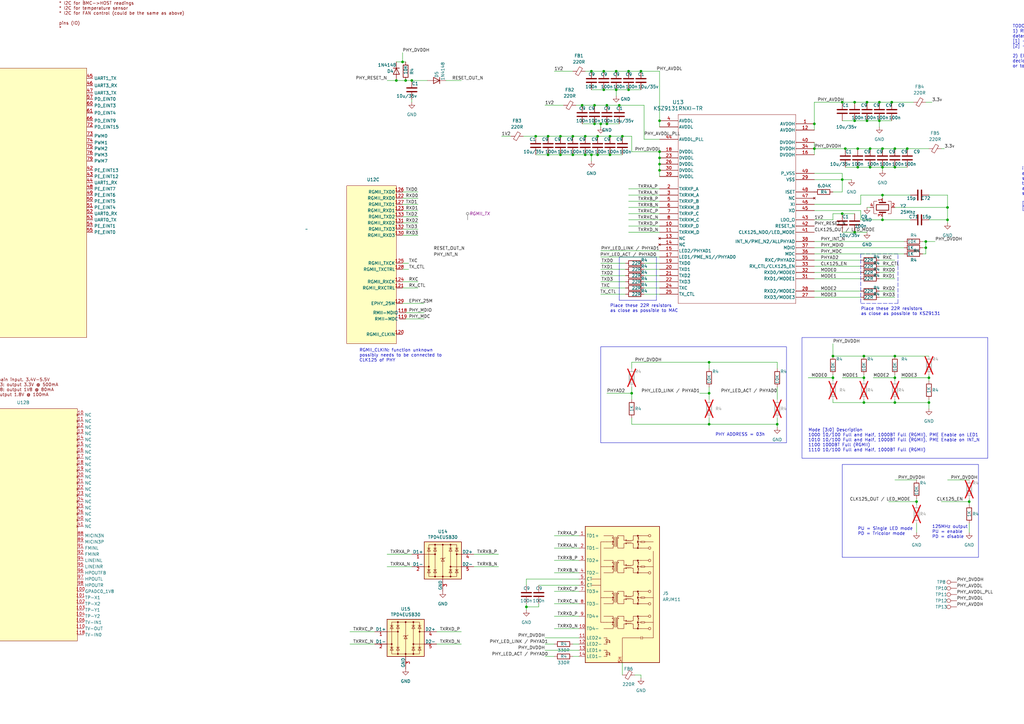
<source format=kicad_sch>
(kicad_sch (version 20230121) (generator eeschema)
  (paper "A3")
  (title_block (title "srvant mk2") (rev "0.1"))
  (junction (at 240.03 63.5))
  (junction (at 341.63 154.94))
  (junction (at 388.62 85.09))
  (junction (at 245.11 63.5))
  (junction (at 367.03 146.05))
  (junction (at 162.56 33.02))
  (junction (at 354.33 154.94))
  (junction (at 242.57 29.21))
  (junction (at 367.03 165.1))
  (junction (at 242.57 63.5))
  (junction (at 372.11 60.96))
  (junction (at 388.62 90.17))
  (junction (at 270.51 62.23))
  (junction (at 361.95 60.96))
  (junction (at 248.92 43.18))
  (junction (at 354.33 165.1))
  (junction (at 356.87 68.58))
  (junction (at 247.65 36.83))
  (junction (at 290.83 161.29))
  (junction (at 250.19 63.5))
  (junction (at 381 154.94))
  (junction (at 224.79 63.5))
  (junction (at 254 43.18))
  (junction (at 350.52 49.53))
  (junction (at 252.73 36.83))
  (junction (at 219.71 55.88))
  (junction (at 166.37 33.02))
  (junction (at 355.6 41.91))
  (junction (at 250.19 55.88))
  (junction (at 248.92 50.8))
  (junction (at 243.84 43.18))
  (junction (at 360.68 41.91))
  (junction (at 356.87 60.96))
  (junction (at 240.03 55.88))
  (junction (at 229.87 63.5))
  (junction (at 379.73 99.06))
  (junction (at 270.51 67.31))
  (junction (at 247.65 29.21))
  (junction (at 350.52 41.91))
  (junction (at 367.03 154.94))
  (junction (at 350.52 95.25))
  (junction (at 345.44 87.63))
  (junction (at 354.33 146.05))
  (junction (at 334.01 50.8))
  (junction (at 365.76 41.91))
  (junction (at 355.6 49.53))
  (junction (at 168.91 33.02))
  (junction (at 290.83 173.99))
  (junction (at 367.03 60.96))
  (junction (at 245.11 55.88))
  (junction (at 345.44 73.66))
  (junction (at 397.51 205.74))
  (junction (at 234.95 55.88))
  (junction (at 229.87 55.88))
  (junction (at 257.81 29.21))
  (junction (at 351.79 60.96))
  (junction (at 246.38 50.8))
  (junction (at 270.51 64.77))
  (junction (at 215.9 248.92))
  (junction (at 165.1 25.4))
  (junction (at 367.03 68.58))
  (junction (at 341.63 146.05))
  (junction (at 224.79 55.88))
  (junction (at 318.77 173.99))
  (junction (at 346.71 60.96))
  (junction (at 243.84 50.8))
  (junction (at 361.95 68.58))
  (junction (at 361.95 90.17))
  (junction (at 334.01 60.96))
  (junction (at 257.81 36.83))
  (junction (at 290.83 148.59))
  (junction (at 270.51 69.85))
  (junction (at 345.44 41.91))
  (junction (at 375.92 205.74))
  (junction (at 270.51 49.53))
  (junction (at 252.73 29.21))
  (junction (at 255.27 55.88))
  (junction (at 351.79 68.58))
  (junction (at 361.95 80.01))
  (junction (at 360.68 49.53))
  (junction (at 234.95 63.5))
  (junction (at 379.73 101.6))
  (junction (at 238.76 43.18))
  (junction (at 259.08 161.29))
  (junction (at 262.89 29.21))
  (junction (at 381 165.1))
  (wire (pts (xy 381 165.1) (xy 381 167.64)))
  (wire (pts (xy 257.81 87.63) (xy 270.51 87.63)))
  (wire (pts (xy 167.64 110.49) (xy 165.1 110.49)))
  (wire (pts (xy 360.68 114.3) (xy 367.03 114.3)))
  (wire (pts (xy 240.03 55.88) (xy 245.11 55.88)))
  (wire (pts (xy 360.68 49.53) (xy 365.76 49.53)))
  (wire (pts (xy 240.03 63.5) (xy 242.57 63.5)))
  (wire (pts (xy 350.52 95.25) (xy 355.6 95.25)))
  (wire (pts (xy 367.03 60.96) (xy 372.11 60.96)))
  (wire (pts (xy 367.03 154.94) (xy 367.03 156.21)))
  (polyline (pts (xy 269.24 123.19) (xy 269.24 105.41)))
  (wire (pts (xy 341.63 140.97) (xy 341.63 146.05)))
  (wire (pts (xy 242.57 63.5) (xy 245.11 63.5)))
  (wire (pts (xy 252.73 36.83) (xy 252.73 39.37)))
  (wire (pts (xy 215.9 237.49) (xy 237.49 237.49)))
  (wire (pts (xy 257.81 90.17) (xy 270.51 90.17)))
  (wire (pts (xy 379.73 99.06) (xy 383.54 99.06)))
  (wire (pts (xy 290.83 158.75) (xy 290.83 161.29)))
  (wire (pts (xy 227.33 229.87) (xy 237.49 229.87)))
  (wire (pts (xy 238.76 43.18) (xy 243.84 43.18)))
  (wire (pts (xy 361.95 68.58) (xy 367.03 68.58)))
  (wire (pts (xy 264.16 43.18) (xy 264.16 57.15)))
  (wire (pts (xy 240.03 29.21) (xy 242.57 29.21)))
  (wire (pts (xy 179.07 259.08) (xy 189.23 259.08)))
  (wire (pts (xy 355.6 41.91) (xy 360.68 41.91)))
  (wire (pts (xy 250.19 63.5) (xy 255.27 63.5)))
  (wire (pts (xy 250.19 55.88) (xy 255.27 55.88)))
  (wire (pts (xy 270.51 64.77) (xy 270.51 67.31)))
  (wire (pts (xy 397.51 214.63) (xy 397.51 218.44)))
  (wire (pts (xy 223.52 266.7) (xy 237.49 266.7)))
  (wire (pts (xy 264.16 115.57) (xy 270.51 115.57)))
  (wire (pts (xy 341.63 165.1) (xy 354.33 165.1)))
  (wire (pts (xy 179.07 264.16) (xy 189.23 264.16)))
  (wire (pts (xy 290.83 173.99) (xy 318.77 173.99)))
  (wire (pts (xy 242.57 29.21) (xy 247.65 29.21)))
  (wire (pts (xy 214.63 55.88) (xy 219.71 55.88)))
  (wire (pts (xy 353.06 83.82) (xy 353.06 80.01)))
  (wire (pts (xy 379.73 101.6) (xy 378.46 101.6)))
  (wire (pts (xy 259.08 173.99) (xy 259.08 171.45)))
  (wire (pts (xy 334.01 53.34) (xy 334.01 50.8)))
  (wire (pts (xy 270.51 52.07) (xy 270.51 49.53)))
  (wire (pts (xy 334.01 83.82) (xy 353.06 83.82)))
  (wire (pts (xy 246.38 105.41) (xy 270.51 105.41)))
  (wire (pts (xy 345.44 154.94) (xy 354.33 154.94)))
  (wire (pts (xy 166.37 130.81) (xy 173.99 130.81)))
  (wire (pts (xy 229.87 55.88) (xy 234.95 55.88)))
  (wire (pts (xy 350.52 41.91) (xy 355.6 41.91)))
  (wire (pts (xy 358.14 154.94) (xy 367.03 154.94)))
  (wire (pts (xy 386.08 60.96) (xy 387.35 60.96)))
  (wire (pts (xy 165.1 124.46) (xy 173.99 124.46)))
  (wire (pts (xy 318.77 158.75) (xy 318.77 163.83)))
  (wire (pts (xy 257.81 92.71) (xy 270.51 92.71)))
  (wire (pts (xy 229.87 63.5) (xy 234.95 63.5)))
  (wire (pts (xy 227.33 257.81) (xy 237.49 257.81)))
  (wire (pts (xy 290.83 173.99) (xy 290.83 171.45)))
  (wire (pts (xy 259.08 148.59) (xy 290.83 148.59)))
  (wire (pts (xy 165.1 21.59) (xy 165.1 25.4)))
  (wire (pts (xy 379.73 101.6) (xy 379.73 104.14)))
  (wire (pts (xy 290.83 173.99) (xy 259.08 173.99)))
  (wire (pts (xy 227.33 234.95) (xy 237.49 234.95)))
  (wire (pts (xy 259.08 161.29) (xy 259.08 163.83)))
  (wire (pts (xy 215.9 237.49) (xy 215.9 240.03)))
  (wire (pts (xy 361.95 88.9) (xy 361.95 90.17)))
  (wire (pts (xy 246.38 120.65) (xy 256.54 120.65)))
  (wire (pts (xy 356.87 68.58) (xy 361.95 68.58)))
  (wire (pts (xy 388.62 90.17) (xy 388.62 91.44)))
  (wire (pts (xy 264.16 113.03) (xy 270.51 113.03)))
  (wire (pts (xy 264.16 120.65) (xy 270.51 120.65)))
  (wire (pts (xy 234.95 55.88) (xy 240.03 55.88)))
  (wire (pts (xy 341.63 87.63) (xy 345.44 87.63)))
  (wire (pts (xy 341.63 78.74) (xy 345.44 78.74)))
  (wire (pts (xy 264.16 110.49) (xy 270.51 110.49)))
  (wire (pts (xy 367.03 165.1) (xy 381 165.1)))
  (wire (pts (xy 318.77 148.59) (xy 290.83 148.59)))
  (wire (pts (xy 182.88 33.02) (xy 189.23 33.02)))
  (wire (pts (xy 168.91 33.02) (xy 175.26 33.02)))
  (wire (pts (xy 375.92 204.47) (xy 375.92 205.74)))
  (wire (pts (xy 215.9 248.92) (xy 215.9 250.19)))
  (wire (pts (xy 223.52 264.16) (xy 227.33 264.16)))
  (wire (pts (xy 270.51 67.31) (xy 270.51 69.85)))
  (wire (pts (xy 346.71 68.58) (xy 351.79 68.58)))
  (polyline (pts (xy 368.3 124.46) (xy 368.3 104.14)) (stroke (width 0) (type dash)))
  (wire (pts (xy 165.1 83.82) (xy 171.45 83.82)))
  (wire (pts (xy 259.08 55.88) (xy 259.08 62.23)))
  (wire (pts (xy 346.71 60.96) (xy 351.79 60.96)))
  (wire (pts (xy 246.38 115.57) (xy 256.54 115.57)))
  (wire (pts (xy 381 154.94) (xy 369.57 154.94)))
  (wire (pts (xy 341.63 90.17) (xy 341.63 87.63)))
  (wire (pts (xy 360.68 106.68) (xy 367.03 106.68)))
  (wire (pts (xy 334.01 111.76) (xy 353.06 111.76)))
  (wire (pts (xy 360.68 119.38) (xy 367.03 119.38)))
  (wire (pts (xy 364.49 205.74) (xy 375.92 205.74)))
  (wire (pts (xy 158.75 227.33) (xy 168.91 227.33)))
  (wire (pts (xy 165.1 91.44) (xy 171.45 91.44)))
  (wire (pts (xy 381 90.17) (xy 388.62 90.17)))
  (wire (pts (xy 354.33 165.1) (xy 367.03 165.1)))
  (wire (pts (xy 259.08 158.75) (xy 259.08 161.29)))
  (wire (pts (xy 246.38 113.03) (xy 256.54 113.03)))
  (wire (pts (xy 162.56 33.02) (xy 166.37 33.02)))
  (wire (pts (xy 165.1 88.9) (xy 171.45 88.9)))
  (polyline (pts (xy 254 123.19) (xy 269.24 123.19)))
  (wire (pts (xy 334.01 90.17) (xy 341.63 90.17)))
  (wire (pts (xy 264.16 107.95) (xy 270.51 107.95)))
  (wire (pts (xy 361.95 80.01) (xy 373.38 80.01)))
  (wire (pts (xy 234.95 269.24) (xy 237.49 269.24)))
  (wire (pts (xy 220.98 240.03) (xy 237.49 240.03)))
  (wire (pts (xy 234.95 63.5) (xy 240.03 63.5)))
  (wire (pts (xy 242.57 63.5) (xy 242.57 66.04)))
  (polyline (pts (xy 353.06 124.46) (xy 368.3 124.46)) (stroke (width 0) (type dash)))
  (wire (pts (xy 361.95 60.96) (xy 367.03 60.96)))
  (wire (pts (xy 334.01 106.68) (xy 353.06 106.68)))
  (wire (pts (xy 318.77 148.59) (xy 318.77 151.13)))
  (wire (pts (xy 227.33 247.65) (xy 237.49 247.65)))
  (wire (pts (xy 353.06 80.01) (xy 361.95 80.01)))
  (wire (pts (xy 349.25 73.66) (xy 345.44 73.66)))
  (wire (pts (xy 219.71 55.88) (xy 224.79 55.88)))
  (wire (pts (xy 334.01 101.6) (xy 370.84 101.6)))
  (wire (pts (xy 345.44 41.91) (xy 350.52 41.91)))
  (wire (pts (xy 223.52 261.62) (xy 237.49 261.62)))
  (wire (pts (xy 375.92 214.63) (xy 375.92 218.44)))
  (wire (pts (xy 260.35 276.86) (xy 262.89 276.86)))
  (wire (pts (xy 378.46 99.06) (xy 379.73 99.06)))
  (wire (pts (xy 318.77 171.45) (xy 318.77 173.99)))
  (wire (pts (xy 334.01 71.12) (xy 345.44 71.12)))
  (wire (pts (xy 215.9 248.92) (xy 215.9 247.65)))
  (wire (pts (xy 367.03 68.58) (xy 372.11 68.58)))
  (wire (pts (xy 386.08 205.74) (xy 397.51 205.74)))
  (wire (pts (xy 270.51 69.85) (xy 270.51 72.39)))
  (polyline (pts (xy 254 105.41) (xy 254 123.19)))
  (wire (pts (xy 215.9 248.92) (xy 220.98 248.92)))
  (wire (pts (xy 224.79 63.5) (xy 229.87 63.5)))
  (wire (pts (xy 345.44 87.63) (xy 350.52 87.63)))
  (wire (pts (xy 255.27 55.88) (xy 259.08 55.88)))
  (wire (pts (xy 242.57 36.83) (xy 247.65 36.83)))
  (wire (pts (xy 388.62 196.85) (xy 397.51 196.85)))
  (wire (pts (xy 334.01 58.42) (xy 334.01 60.96)))
  (wire (pts (xy 262.89 278.13) (xy 262.89 276.86)))
  (wire (pts (xy 259.08 62.23) (xy 270.51 62.23)))
  (wire (pts (xy 158.75 232.41) (xy 168.91 232.41)))
  (wire (pts (xy 353.06 90.17) (xy 353.06 86.36)))
  (wire (pts (xy 356.87 60.96) (xy 361.95 60.96)))
  (polyline (pts (xy 353.06 104.14) (xy 353.06 104.14)))
  (wire (pts (xy 360.68 41.91) (xy 365.76 41.91)))
  (wire (pts (xy 334.01 114.3) (xy 353.06 114.3)))
  (wire (pts (xy 246.38 50.8) (xy 246.38 52.07)))
  (wire (pts (xy 168.91 40.64) (xy 168.91 41.91)))
  (wire (pts (xy 334.01 99.06) (xy 370.84 99.06)))
  (wire (pts (xy 255.27 271.78) (xy 255.27 276.86)))
  (wire (pts (xy 264.16 57.15) (xy 270.51 57.15)))
  (wire (pts (xy 381 80.01) (xy 388.62 80.01)))
  (wire (pts (xy 166.37 33.02) (xy 168.91 33.02)))
  (wire (pts (xy 381 156.21) (xy 381 154.94)))
  (wire (pts (xy 334.01 104.14) (xy 370.84 104.14)))
  (wire (pts (xy 220.98 248.92) (xy 220.98 247.65)))
  (wire (pts (xy 219.71 63.5) (xy 224.79 63.5)))
  (wire (pts (xy 227.33 252.73) (xy 237.49 252.73)))
  (wire (pts (xy 143.51 259.08) (xy 153.67 259.08)))
  (wire (pts (xy 381 163.83) (xy 381 165.1)))
  (wire (pts (xy 259.08 148.59) (xy 259.08 151.13)))
  (wire (pts (xy 224.79 55.88) (xy 229.87 55.88)))
  (wire (pts (xy 245.11 55.88) (xy 250.19 55.88)))
  (wire (pts (xy 334.01 60.96) (xy 334.01 63.5)))
  (wire (pts (xy 248.92 43.18) (xy 254 43.18)))
  (wire (pts (xy 397.51 204.47) (xy 397.51 205.74)))
  (wire (pts (xy 365.76 41.91) (xy 374.65 41.91)))
  (wire (pts (xy 367.03 153.67) (xy 367.03 154.94)))
  (wire (pts (xy 290.83 161.29) (xy 290.83 163.83)))
  (wire (pts (xy 205.74 55.88) (xy 209.55 55.88)))
  (wire (pts (xy 166.37 128.27) (xy 173.99 128.27)))
  (wire (pts (xy 318.77 175.26) (xy 318.77 173.99)))
  (wire (pts (xy 388.62 80.01) (xy 388.62 85.09)))
  (wire (pts (xy 388.62 85.09) (xy 388.62 90.17)))
  (wire (pts (xy 194.31 227.33) (xy 204.47 227.33)))
  (wire (pts (xy 158.75 33.02) (xy 162.56 33.02)))
  (wire (pts (xy 257.81 36.83) (xy 262.89 36.83)))
  (polyline (pts (xy 269.24 105.41) (xy 254 105.41)))
  (wire (pts (xy 355.6 49.53) (xy 360.68 49.53)))
  (wire (pts (xy 165.1 81.28) (xy 171.45 81.28)))
  (wire (pts (xy 355.6 85.09) (xy 356.87 85.09)))
  (wire (pts (xy 257.81 95.25) (xy 270.51 95.25)))
  (wire (pts (xy 341.63 165.1) (xy 341.63 163.83)))
  (wire (pts (xy 379.73 99.06) (xy 379.73 101.6)))
  (wire (pts (xy 194.31 232.41) (xy 204.47 232.41)))
  (wire (pts (xy 367.03 85.09) (xy 388.62 85.09)))
  (wire (pts (xy 375.92 207.01) (xy 375.92 205.74)))
  (wire (pts (xy 257.81 82.55) (xy 270.51 82.55)))
  (wire (pts (xy 143.51 264.16) (xy 153.67 264.16)))
  (wire (pts (xy 334.01 109.22) (xy 353.06 109.22)))
  (wire (pts (xy 360.68 109.22) (xy 367.03 109.22)))
  (wire (pts (xy 246.38 118.11) (xy 256.54 118.11)))
  (wire (pts (xy 270.51 62.23) (xy 270.51 64.77)))
  (wire (pts (xy 334.01 73.66) (xy 345.44 73.66)))
  (wire (pts (xy 334.01 119.38) (xy 353.06 119.38)))
  (wire (pts (xy 367.03 196.85) (xy 375.92 196.85)))
  (wire (pts (xy 331.47 154.94) (xy 341.63 154.94)))
  (wire (pts (xy 367.03 163.83) (xy 367.03 165.1)))
  (wire (pts (xy 345.44 73.66) (xy 345.44 78.74)))
  (wire (pts (xy 360.68 111.76) (xy 367.03 111.76)))
  (wire (pts (xy 354.33 146.05) (xy 367.03 146.05)))
  (wire (pts (xy 165.1 118.11) (xy 171.45 118.11)))
  (wire (pts (xy 245.11 63.5) (xy 250.19 63.5)))
  (wire (pts (xy 247.65 29.21) (xy 252.73 29.21)))
  (wire (pts (xy 287.02 161.29) (xy 290.83 161.29)))
  (wire (pts (xy 354.33 153.67) (xy 354.33 154.94)))
  (wire (pts (xy 341.63 146.05) (xy 354.33 146.05)))
  (wire (pts (xy 257.81 85.09) (xy 270.51 85.09)))
  (wire (pts (xy 345.44 71.12) (xy 345.44 73.66)))
  (wire (pts (xy 257.81 80.01) (xy 270.51 80.01)))
  (wire (pts (xy 165.1 96.52) (xy 171.45 96.52)))
  (wire (pts (xy 345.44 95.25) (xy 350.52 95.25)))
  (wire (pts (xy 243.84 43.18) (xy 248.92 43.18)))
  (polyline (pts (xy 254 105.41) (xy 254 105.41)))
  (polyline (pts (xy 353.06 104.14) (xy 353.06 124.46)) (stroke (width 0) (type dash)))
  (wire (pts (xy 381 153.67) (xy 381 154.94)))
  (wire (pts (xy 354.33 163.83) (xy 354.33 165.1)))
  (wire (pts (xy 252.73 36.83) (xy 257.81 36.83)))
  (wire (pts (xy 165.1 115.57) (xy 171.45 115.57)))
  (wire (pts (xy 246.38 50.8) (xy 248.92 50.8)))
  (wire (pts (xy 227.33 29.21) (xy 234.95 29.21)))
  (wire (pts (xy 165.1 86.36) (xy 171.45 86.36)))
  (wire (pts (xy 248.92 161.29) (xy 259.08 161.29)))
  (wire (pts (xy 223.52 269.24) (xy 227.33 269.24)))
  (wire (pts (xy 350.52 49.53) (xy 355.6 49.53)))
  (wire (pts (xy 223.52 43.18) (xy 231.14 43.18)))
  (wire (pts (xy 246.38 110.49) (xy 256.54 110.49)))
  (wire (pts (xy 227.33 219.71) (xy 237.49 219.71)))
  (wire (pts (xy 162.56 25.4) (xy 165.1 25.4)))
  (wire (pts (xy 341.63 154.94) (xy 341.63 156.21)))
  (wire (pts (xy 262.89 29.21) (xy 270.51 29.21)))
  (wire (pts (xy 397.51 207.01) (xy 397.51 205.74)))
  (wire (pts (xy 379.73 104.14) (xy 378.46 104.14)))
  (wire (pts (xy 351.79 60.96) (xy 356.87 60.96)))
  (wire (pts (xy 264.16 118.11) (xy 270.51 118.11)))
  (wire (pts (xy 360.68 49.53) (xy 360.68 52.07)))
  (wire (pts (xy 351.79 68.58) (xy 356.87 68.58)))
  (wire (pts (xy 227.33 224.79) (xy 237.49 224.79)))
  (wire (pts (xy 341.63 153.67) (xy 341.63 154.94)))
  (wire (pts (xy 379.73 41.91) (xy 382.27 41.91)))
  (wire (pts (xy 238.76 50.8) (xy 243.84 50.8)))
  (wire (pts (xy 165.1 25.4) (xy 166.37 25.4)))
  (polyline (pts (xy 368.3 104.14) (xy 353.06 104.14)) (stroke (width 0) (type dash)))
  (wire (pts (xy 248.92 50.8) (xy 254 50.8)))
  (wire (pts (xy 257.81 29.21) (xy 262.89 29.21)))
  (wire (pts (xy 334.01 41.91) (xy 345.44 41.91)))
  (wire (pts (xy 334.01 121.92) (xy 353.06 121.92)))
  (wire (pts (xy 236.22 43.18) (xy 238.76 43.18)))
  (wire (pts (xy 361.95 80.01) (xy 361.95 81.28)))
  (wire (pts (xy 360.68 121.92) (xy 367.03 121.92)))
  (wire (pts (xy 252.73 29.21) (xy 257.81 29.21)))
  (wire (pts (xy 243.84 50.8) (xy 246.38 50.8)))
  (wire (pts (xy 334.01 60.96) (xy 346.71 60.96)))
  (wire (pts (xy 361.95 69.85) (xy 361.95 68.58)))
  (wire (pts (xy 353.06 86.36) (xy 334.01 86.36)))
  (wire (pts (xy 165.1 93.98) (xy 171.45 93.98)))
  (wire (pts (xy 257.81 77.47) (xy 270.51 77.47)))
  (wire (pts (xy 345.44 49.53) (xy 350.52 49.53)))
  (wire (pts (xy 234.95 264.16) (xy 237.49 264.16)))
  (wire (pts (xy 167.64 107.95) (xy 165.1 107.95)))
  (wire (pts (xy 165.1 78.74) (xy 171.45 78.74)))
  (wire (pts (xy 270.51 49.53) (xy 270.51 29.21)))
  (wire (pts (xy 290.83 148.59) (xy 290.83 151.13)))
  (wire (pts (xy 372.11 60.96) (xy 381 60.96)))
  (wire (pts (xy 254 43.18) (xy 264.16 43.18)))
  (wire (pts (xy 354.33 154.94) (xy 354.33 156.21)))
  (wire (pts (xy 246.38 102.87) (xy 270.51 102.87)))
  (wire (pts (xy 227.33 242.57) (xy 237.49 242.57)))
  (wire (pts (xy 246.38 107.95) (xy 256.54 107.95)))
  (wire (pts (xy 367.03 146.05) (xy 381 146.05)))
  (wire (pts (xy 247.65 36.83) (xy 252.73 36.83)))
  (wire (pts (xy 361.95 90.17) (xy 373.38 90.17)))
  (wire (pts (xy 334.01 50.8) (xy 334.01 41.91)))
  (wire (pts (xy 361.95 90.17) (xy 353.06 90.17)))
  (rectangle (start 246.38 142.24) (end 322.58 181.61))
  (rectangle (start 328.93 138.43) (end 405.13 187.96))
  (rectangle (start 345.44 190.5) (end 401.32 228.6))
  (text "Place these 22R resistors\nas close as possible to KSZ9131" (at 353.06 129.54 0) (effects (font (size 1.27 1.27)) (justify left bottom)))
  (text "Place these 22R resistors\nas close as possible to MAC" (at 250.19 128.27 0) (effects (font (size 1.27 1.27)) (justify left bottom)))
  (text "PU = Single LED mode\nPD = Tricolor mode" (at 351.79 219.71 0) (effects (font (size 1.27 1.27)) (justify left bottom)))
  (text "PHY ADDRESS = 03h" (at 293.37 179.07 0) (effects (font (size 1.27 1.27)) (justify left bottom)))
  (text "The INT_N pin is an optional \ninterrupt signal that is used\n to inform the external controller\n that there has been a status\nupdate in the KSZ9131RNX PHY register. " (at 420.37 106.68 0) (effects (font (size 1.27 1.27)) (justify left bottom)))
  (text "125MHz output\nPU = enable\nPD = disable" (at 382.27 220.98 0) (effects (font (size 1.27 1.27)) (justify left bottom)))
  (text "TODO: \n1) RESET PIN \ndatasheet [1] page 138\n[1] - https://ww1.microchip.com/downloads/aemDocuments/documents/UNG/ProductDocuments/DataSheets/00002841D.pdf\n[2] - https://ww1.microchip.com/downloads/en/DeviceDoc/KSZ9131RNX-Hardware-Design-Checklist-00003370A.pdf\n\n2) EPHY_25M\ndecide whether to use 25M generated by CPU\nor to use external XTAL" (at 415.29 27.94 0) (effects (font (size 1.27 1.27)) (justify left bottom)))
  (text "required pins (buses):\n\n* uart for the debug\n* uart for the BMC->HOST communications\n* I2C for power measurements\n* I2C for BMC->HOST readings\n* I2C for temperature sensor\n* I2C for FAN control (could be the same as above)\n\npins (IO)\nINPUT:\n* BMC_POST_COMPLETE (CM4 has started to boot)\nOUTPUT:\n* BMC_POWER_OUT (power cycle CM4)\n* BMC_RESET_OUT (reset CM4)\n* BMC_nRPIBOOT (force usb booting)\n* BMC_EEPROM_nWP (disable eeprom write on CM4, OR with a jumper)\nLED(OUTPUT):\n* ID_LED\n* POWER_LED\n* \n\n" (at 118.11 -11.43 0) (effects (font (size 1.27 1.27)) (justify left bottom)))
  (text "Mode [3:0] Description\n1000 10/100 Full and Half, 1000BT Full (RGMII), PME Enable on LED1\n1010 10/100 Full and Half, 1000BT Full (RGMII), PME Enable on INT_N\n1100 1000BT Full (RGMII)\n1110 10/100 Full and Half, 1000BT Full (RGMII)" (at 331.47 185.42 0) (effects (font (size 1.27 1.27)) (justify left bottom)))
  (text "RGMII_CLKIN: function unknown\npossibly needs to be connected to\nCLK125 of PHY" (at 147.32 148.59 0) (effects (font (size 1.27 1.27)) (justify left bottom)))
  (text "internal LDO (LDO_0) produces +1.2V.\neven though the reference design [1] \nsuggests the use of external LDO, \nthe following doc [2] describes both \napproaches (even though it's not \nspecifically for this chip)\n\n[1] - https://ww1.microchip.com/downloads/en/DeviceDoc/KSZ9131RNX%20Reference%20Design.pdf\n[2] - https://microchip.my.site.com/s/article/How-to-Use-Internal-LDO-Correctly-in-the-KSZ8873-KSZ8863-Family\n" (at 419.1 86.36 0) (effects (font (size 1.27 1.27)) (justify left bottom)))
  (label "RXD0" (at 166.37 81.28 0))
  (label "PHY_DVDDH" (at 260.35 148.59 0))
  (label "CLK125_EN" (at 336.55 109.22 0))
  (label "PHY_DVDDH" (at 341.63 140.97 0))
  (label "RXC" (at 167.64 115.57 0))
  (label "TXRXD_N" (at 261.62 95.25 0))
  (label "RXD3" (at 361.95 121.92 0))
  (label "PHY_AVDDH" (at 335.28 41.91 0))
  (label "CLK125_OUT {slash} LED_MODE" (at 373.38 205.74 180))
  (label "PHY_DVDDL" (at 392.43 246.38 0))
  (label "PHY_MDIO" (at 336.55 101.6 0))
  (label "PHY_AVDDL_PLL" (at 264.16 55.88 0))
  (label "PHY_DVDDH" (at 165.1 21.59 0))
  (label "PHYAD2" (at 336.55 106.68 0))
  (label "3.3v" (at 382.27 41.91 0))
  (label "RESET_OUT_N" (at 177.8 102.87 0))
  (label "PHY_INT_N" (at 177.8 105.41 0))
  (label "RESET_OUT_N" (at 185.42 33.02 0))
  (label "TXC" (at 250.19 118.11 180))
  (label "3.3v" (at 387.35 60.96 0))
  (label "TXRXA_P" (at 228.6 219.71 0))
  (label "TXD3" (at 166.37 93.98 0))
  (label "PHY_LED_ACT {slash} PHYAD0" (at 224.79 269.24 180))
  (label "EPHY_25M" (at 167.64 124.46 0))
  (label "TXRXB_N" (at 195.58 232.41 0))
  (label "TXD2" (at 166.37 88.9 0))
  (label "RXD2" (at 166.37 91.44 0))
  (label "PHY_LED_ACT {slash} PHYAD0" (at 318.77 161.29 180))
  (label "RXD1" (at 166.37 86.36 0))
  (label "TX_CTL" (at 167.64 110.49 0))
  (label "PHY_RESET_N" (at 158.75 33.02 180))
  (label "RXD1" (at 361.95 114.3 0))
  (label "TXRXC_N" (at 261.62 90.17 0))
  (label "1V2" (at 334.01 90.17 0))
  (label "PHY_AVDDL" (at 392.43 241.3 0))
  (label "TXRXA_N" (at 261.62 80.01 0))
  (label "TXRXA_P" (at 261.62 77.47 0))
  (label "PHY_DVDDH" (at 223.52 266.7 180))
  (label "TXD1" (at 166.37 83.82 0))
  (label "MODE0" (at 336.55 111.76 0))
  (label "MODE2" (at 336.55 119.38 0))
  (label "PHY_LED_LINK {slash} PHYAD1" (at 224.79 264.16 180))
  (label "TXRXD_P" (at 180.34 259.08 0))
  (label "TXRXB_P" (at 261.62 82.55 0))
  (label "TXRXA_P" (at 160.02 227.33 0))
  (label "TXRXC_N" (at 228.6 247.65 0))
  (label "TXRXC_N" (at 144.78 264.16 0))
  (label "TXRXD_P" (at 228.6 252.73 0))
  (label "MODE1" (at 345.44 154.94 0))
  (label "RXC" (at 361.95 106.68 0))
  (label "TXRXB_P" (at 228.6 229.87 0))
  (label "MODE1" (at 336.55 114.3 0))
  (label "RXD2" (at 361.95 119.38 0))
  (label "RXD0" (at 361.95 111.76 0))
  (label "PHY_MDC" (at 336.55 104.14 0))
  (label "PHY_DVDDH" (at 334.01 60.96 0))
  (label "TXRXD_N" (at 228.6 257.81 0))
  (label "PHY_INT_N" (at 336.55 99.06 0))
  (label "PHY_DVDDH" (at 392.43 238.76 0))
  (label "1V2" (at 223.52 43.18 0))
  (label "TXRXB_P" (at 195.58 227.33 0))
  (label "PHY_MDC" (at 167.64 130.81 0))
  (label "MODE2" (at 358.14 154.94 0))
  (label "TXD0" (at 166.37 78.74 0))
  (label "TXD3" (at 251.46 115.57 180))
  (label "PHY_AVDDL_PLL" (at 392.43 243.84 0))
  (label "TXRXD_P" (at 261.62 92.71 0))
  (label "PHY_DVDDL" (at 260.35 62.23 0))
  (label "TXRXC_P" (at 228.6 242.57 0))
  (label "TXRXA_N" (at 160.02 232.41 0))
  (label "PHY_AVDDL" (at 269.24 29.21 0))
  (label "TX_CTL" (at 252.73 120.65 180))
  (label "CLK125_OUT {slash} LED_MODE" (at 334.01 95.25 0))
  (label "PHY_AVDDH" (at 392.43 248.92 0))
  (label "1V2" (at 227.33 29.21 0))
  (label "1V2" (at 205.74 55.88 0))
  (label "PHY_RESET_N" (at 334.01 92.71 0))
  (label "CLK125_EN" (at 394.97 205.74 180))
  (label "TXRXD_N" (at 180.34 264.16 0))
  (label "RX_CTL" (at 361.95 109.22 0))
  (label "RX_CTL" (at 167.64 118.11 0))
  (label "TXD2" (at 251.46 113.03 180))
  (label "TXRXC_P" (at 261.62 87.63 0))
  (label "PHY_DVDDH" (at 389.89 196.85 0))
  (label "TXRXB_N" (at 228.6 234.95 0))
  (label "PHY_LED_LINK {slash} PHYAD1" (at 287.02 161.29 180))
  (label "PHY_LED_ACT {slash} PHYAD0" (at 269.24 105.41 180))
  (label "TXRXC_P" (at 144.78 259.08 0))
  (label "MODE3" (at 369.57 154.94 0))
  (label "PHY_DVDDH" (at 368.3 196.85 0))
  (label "MODE3" (at 336.55 121.92 0))
  (label "PHY_LED_LINK {slash} PHYAD1" (at 270.51 102.87 180))
  (label "TXD0" (at 251.46 107.95 180))
  (label "TXRXA_N" (at 228.6 224.79 0))
  (label "PHYAD2" (at 248.92 161.29 0))
  (label "TXC" (at 167.64 107.95 0))
  (label "PHY_DVDDH" (at 223.52 261.62 180))
  (label "PHY_DVDDH" (at 383.54 99.06 0))
  (label "TXRXB_N" (at 261.62 85.09 0))
  (label "MODE0" (at 332.74 154.94 0))
  (label "RXD3" (at 166.37 96.52 0))
  (label "TXD1" (at 251.46 110.49 180))
  (label "PHY_MDIO" (at 167.64 128.27 0))
  (netclass_flag "" (length 2.54) (shape round) (at 191.77 90.17 0) (property "Netclass" "RGMII_TX" (at 192.4685 87.63 0) (effects (font italic) (justify left))))
  (symbol (lib_id "Device:C") (at 245.11 59.69 0) (unit 1)
    (property "Reference" "C9" (at 242.57 57.15 0) (effects (justify left)))
    (property "Value" "100n" (at 243.84 62.23 0) (effects (justify left)))
    (property "Footprint" "Capacitor_SMD:C_0402_1005Metric" (effects hide))
    (property "Datasheet" "https://search.murata.co.jp/Ceramy/image/img/A01X/G101/ENG/GRM155R71C104KA88-01.pdf" (effects hide))
    (property "Part Description" "	0.1uF 10% 16V Ceramic Capacitor X7R 0402 (1005 Metric)" (effects hide))
    (property "manf#" "GRM155R71C104KA88" (effects hide))
    (property "digikey#" "EMK105B7104KV-F" (effects hide))
    (property "mouser#" " 963-EMK105B7104KV-F" (effects hide))
    (property "farnell#" "2611911" (effects hide))
    (instances (project "srvant-mk2" (path "" (reference "C9") (unit 1)) (path "" (reference "C59") (unit 1))) (project "CM4IOv5" (path "" (reference "C58") (unit 1))))
  )
  (symbol (lib_id "Device:C") (at 252.73 33.02 0) (unit 1)
    (property "Reference" "C9" (at 251.46 30.48 0) (effects (justify left)))
    (property "Value" "100n" (at 251.46 35.56 0) (effects (justify left)))
    (property "Footprint" "Capacitor_SMD:C_0402_1005Metric" (effects hide))
    (property "Datasheet" "https://search.murata.co.jp/Ceramy/image/img/A01X/G101/ENG/GRM155R71C104KA88-01.pdf" (effects hide))
    (property "Part Description" "	0.1uF 10% 16V Ceramic Capacitor X7R 0402 (1005 Metric)" (effects hide))
    (property "manf#" "GRM155R71C104KA88" (effects hide))
    (property "digikey#" "EMK105B7104KV-F" (effects hide))
    (property "mouser#" " 963-EMK105B7104KV-F" (effects hide))
    (property "farnell#" "2611911" (effects hide))
    (instances (project "srvant-mk2" (path "" (reference "C9") (unit 1)) (path "" (reference "C52") (unit 1))) (project "CM4IOv5" (path "" (reference "C58") (unit 1))))
  )
  (symbol (lib_id "Device:C") (at 377.19 80.01 270) (unit 1)
    (property "Reference" "C72" (at 381.6349 81.28 90) (effects (justify right)))
    (property "Value" "15p" (at 375.6659 81.28 90) (effects (justify right)))
    (property "Footprint" "Capacitor_SMD:C_0402_1005Metric" (effects hide))
    (property "Datasheet" "~{}" (effects hide))
    (instances (project "srvant-mk2" (path "" (reference "C72") (unit 1))) (project "srvant" (path "" (reference "C67") (unit 1))))
  )
  (symbol (lib_id "Device:R") (at 341.63 160.02 0) (unit 1) (dnp yes)
    (property "Reference" "R4" (at 344.17 160.02 0) (effects (justify left)))
    (property "Value" "1K" (at 341.63 162.56 90) (effects (justify left)))
    (property "Footprint" "Resistor_SMD:R_0402_1005Metric" (effects hide))
    (instances (project "srvant-mk2" (path "" (reference "R4") (unit 1)) (path "" (reference "R45") (unit 1))) (project "CM4IOv5" (path "" (reference "R28") (unit 1))))
  )
  (symbol (lib_id "Device:R") (at 290.83 167.64 0) (unit 1) (dnp yes)
    (property "Reference" "R4" (at 293.37 167.64 0) (effects (justify left)))
    (property "Value" "1K" (at 290.83 170.18 90) (effects (justify left)))
    (property "Footprint" "Resistor_SMD:R_0402_1005Metric" (effects hide))
    (instances (project "srvant-mk2" (path "" (reference "R4") (unit 1)) (path "" (reference "R23") (unit 1))) (project "CM4IOv5" (path "" (reference "R28") (unit 1))))
  )
  (symbol (lib_id "Device:R") (at 381 160.02 0) (unit 1)
    (property "Reference" "R4" (at 382.27 160.02 0) (effects (justify left)))
    (property "Value" "1K" (at 381 161.29 90) (effects (justify left)))
    (property "Footprint" "Resistor_SMD:R_0402_1005Metric" (effects hide))
    (instances (project "srvant-mk2" (path "" (reference "R4") (unit 1)) (path "" (reference "R42") (unit 1))) (project "CM4IOv5" (path "" (reference "R28") (unit 1))))
  )
  (symbol (lib_id "Device:C") (at 215.9 243.84 0) (unit 1)
    (property "Reference" "C9" (at 214.63 241.3 0) (effects (justify left)))
    (property "Value" "100n" (at 213.36 246.38 0) (effects (justify left)))
    (property "Footprint" "Capacitor_SMD:C_0402_1005Metric" (effects hide))
    (property "Datasheet" "https://search.murata.co.jp/Ceramy/image/img/A01X/G101/ENG/GRM155R71C104KA88-01.pdf" (effects hide))
    (property "Part Description" "	0.1uF 10% 16V Ceramic Capacitor X7R 0402 (1005 Metric)" (effects hide))
    (property "manf#" "GRM155R71C104KA88" (effects hide))
    (property "digikey#" "EMK105B7104KV-F" (effects hide))
    (property "mouser#" " 963-EMK105B7104KV-F" (effects hide))
    (property "farnell#" "2611911" (effects hide))
    (instances (project "srvant-mk2" (path "" (reference "C9") (unit 1)) (path "" (reference "C69") (unit 1))) (project "CM4IOv5" (path "" (reference "C58") (unit 1))))
  )
  (symbol (lib_id "Device:R") (at 354.33 160.02 0) (unit 1) (dnp yes)
    (property "Reference" "R4" (at 355.6 160.02 0) (effects (justify left)))
    (property "Value" "1K" (at 354.33 162.56 90) (effects (justify left)))
    (property "Footprint" "Resistor_SMD:R_0402_1005Metric" (effects hide))
    (instances (project "srvant-mk2" (path "" (reference "R4") (unit 1)) (path "" (reference "R44") (unit 1))) (project "CM4IOv5" (path "" (reference "R28") (unit 1))))
  )
  (symbol (lib_id "ARJM11:TestPoint") (at 392.43 241.3 90) (unit 1)
    (property "Reference" "TP10" (at 386.08 241.3 90))
    (property "Value" "TestPoint" (effects hide))
    (property "Footprint" "TestPoint:TestPoint_Pad_D1.0mm" (effects hide))
  )
  (symbol (lib_id "Diode:1N4148") (at 162.56 29.21 270) (unit 1)
    (property "Reference" "D4" (at 158.75 29.21 90) (effects (justify left)))
    (property "Value" "1N4148" (at 154.94 26.67 90) (effects (justify left)))
    (property "Footprint" "Diode_SMD:D_SOD-523" (effects hide))
    (property "Datasheet" "https://www.mouser.co.uk/datasheet/2/115/DIOD_S_A0012716198_1-2512898.pdf" (effects hide))
    (property "Sim.Device" "D" (effects hide))
    (property "Sim.Pins" "1=K 2=A" (effects hide))
    (property "manf#" "1N4148WT-7" (effects hide))
    (property "mouser#" "621-1N4148WT" (effects hide))
  )
  (symbol (lib_id "Device:R") (at 356.87 109.22 270) (unit 1)
    (property "Reference" "R4" (at 358.14 107.95 90) (effects (justify left)))
    (property "Value" "22R" (at 354.33 109.22 90) (effects (justify left)))
    (property "Footprint" "Resistor_SMD:R_0402_1005Metric" (effects hide))
    (instances (project "srvant-mk2" (path "" (reference "R4") (unit 1)) (path "" (reference "R32") (unit 1))) (project "CM4IOv5" (path "" (reference "R28") (unit 1))))
  )
  (symbol (lib_id "Device:R") (at 260.35 113.03 270) (unit 1)
    (property "Reference" "R4" (at 262.89 111.76 90) (effects (justify left)))
    (property "Value" "22R" (at 259.08 113.03 90) (effects (justify left)))
    (property "Footprint" "Resistor_SMD:R_0402_1005Metric" (effects hide))
    (instances (project "srvant-mk2" (path "" (reference "R4") (unit 1)) (path "" (reference "R28") (unit 1))) (project "CM4IOv5" (path "" (reference "R28") (unit 1))))
  )
  (symbol (lib_id "Device:R") (at 318.77 154.94 0) (unit 1)
    (property "Reference" "R4" (at 320.04 152.4 0) (effects (justify left)))
    (property "Value" "10K" (at 318.77 157.48 90) (effects (justify left)))
    (property "Footprint" "Resistor_SMD:R_0402_1005Metric" (effects hide))
    (instances (project "srvant-mk2" (path "" (reference "R4") (unit 1)) (path "" (reference "R24") (unit 1))) (project "CM4IOv5" (path "" (reference "R28") (unit 1))))
  )
  (symbol (lib_id "power:GND") (at 242.57 66.04 0) (unit 1)
    (property "Reference" "#PWR041" (effects hide))
    (property "Value" "GND" (at 242.57 71.12 0))
  )
  (symbol (lib_id "Device:C") (at 250.19 59.69 0) (unit 1)
    (property "Reference" "C9" (at 247.65 57.15 0) (effects (justify left)))
    (property "Value" "100n" (at 248.92 62.23 0) (effects (justify left)))
    (property "Footprint" "Capacitor_SMD:C_0402_1005Metric" (effects hide))
    (property "Datasheet" "https://search.murata.co.jp/Ceramy/image/img/A01X/G101/ENG/GRM155R71C104KA88-01.pdf" (effects hide))
    (property "Part Description" "	0.1uF 10% 16V Ceramic Capacitor X7R 0402 (1005 Metric)" (effects hide))
    (property "manf#" "GRM155R71C104KA88" (effects hide))
    (property "digikey#" "EMK105B7104KV-F" (effects hide))
    (property "mouser#" " 963-EMK105B7104KV-F" (effects hide))
    (property "farnell#" "2611911" (effects hide))
    (instances (project "srvant-mk2" (path "" (reference "C9") (unit 1)) (path "" (reference "C60") (unit 1))) (project "CM4IOv5" (path "" (reference "C58") (unit 1))))
  )
  (symbol (lib_id "Device:R") (at 356.87 106.68 270) (unit 1)
    (property "Reference" "R4" (at 358.14 105.41 90) (effects (justify left)))
    (property "Value" "22R" (at 354.33 106.68 90) (effects (justify left)))
    (property "Footprint" "Resistor_SMD:R_0402_1005Metric" (effects hide))
    (instances (project "srvant-mk2" (path "" (reference "R4") (unit 1)) (path "" (reference "R35") (unit 1))) (project "CM4IOv5" (path "" (reference "R28") (unit 1))))
  )
  (symbol (lib_id "Device:C") (at 240.03 59.69 0) (unit 1)
    (property "Reference" "C9" (at 237.49 57.15 0) (effects (justify left)))
    (property "Value" "100n" (at 238.76 62.23 0) (effects (justify left)))
    (property "Footprint" "Capacitor_SMD:C_0402_1005Metric" (effects hide))
    (property "Datasheet" "https://search.murata.co.jp/Ceramy/image/img/A01X/G101/ENG/GRM155R71C104KA88-01.pdf" (effects hide))
    (property "Part Description" "	0.1uF 10% 16V Ceramic Capacitor X7R 0402 (1005 Metric)" (effects hide))
    (property "manf#" "GRM155R71C104KA88" (effects hide))
    (property "digikey#" "EMK105B7104KV-F" (effects hide))
    (property "mouser#" " 963-EMK105B7104KV-F" (effects hide))
    (property "farnell#" "2611911" (effects hide))
    (instances (project "srvant-mk2" (path "" (reference "C9") (unit 1)) (path "" (reference "C58") (unit 1))) (project "CM4IOv5" (path "" (reference "C58") (unit 1))))
  )
  (symbol (lib_id "power:GND") (at 252.73 39.37 0) (unit 1)
    (property "Reference" "#PWR039" (effects hide))
    (property "Value" "GND" (at 256.54 40.64 0))
  )
  (symbol (lib_id "Device:C") (at 219.71 59.69 0) (unit 1)
    (property "Reference" "C1" (at 217.17 57.15 0) (effects (justify left)))
    (property "Value" "10u/35v" (at 214.63 62.23 0) (effects (justify left)))
    (property "Footprint" "Capacitor_SMD:C_0402_1005Metric" (effects hide))
    (property "Datasheet" "https://www.murata.com/en-global/products/productdetail.aspx?partno=GRM21BC8YA106ME11%23" (effects hide))
    (property "Part Description" "10uF 10% or 20% 35V Ceramic Capacitor X6S 0805 (2012 Metric)" (effects hide))
    (property "manf#" "GRM21BC8YA106KE11L " (effects hide))
    (property "digikey#" "490-10505-1-ND" (effects hide))
    (instances (project "srvant-mk2" (path "" (reference "C1") (unit 1)) (path "" (reference "C68") (unit 1))))
  )
  (symbol (lib_id "power:GND") (at 397.51 218.44 0) (unit 1)
    (property "Reference" "#PWR052" (effects hide))
    (property "Value" "GND" (at 397.51 223.52 0))
  )
  (symbol (lib_id "Device:C") (at 360.68 45.72 0) (unit 1)
    (property "Reference" "C9" (at 363.22 43.18 0) (effects (justify left)))
    (property "Value" "100n" (at 359.41 48.26 0) (effects (justify left)))
    (property "Footprint" "Capacitor_SMD:C_0402_1005Metric" (effects hide))
    (property "Datasheet" "https://search.murata.co.jp/Ceramy/image/img/A01X/G101/ENG/GRM155R71C104KA88-01.pdf" (effects hide))
    (property "Part Description" "	0.1uF 10% 16V Ceramic Capacitor X7R 0402 (1005 Metric)" (effects hide))
    (property "manf#" "GRM155R71C104KA88" (effects hide))
    (property "digikey#" "EMK105B7104KV-F" (effects hide))
    (property "mouser#" " 963-EMK105B7104KV-F" (effects hide))
    (property "farnell#" "2611911" (effects hide))
    (instances (project "srvant-mk2" (path "" (reference "C9") (unit 1)) (path "" (reference "C48") (unit 1))) (project "CM4IOv5" (path "" (reference "C58") (unit 1))))
  )
  (symbol (lib_id "power:GND") (at 246.38 52.07 0) (unit 1)
    (property "Reference" "#PWR040" (effects hide))
    (property "Value" "GND" (at 248.92 53.34 0))
  )
  (symbol (lib_id "power:GND") (at 355.6 85.09 0) (unit 1)
    (property "Reference" "#PWR049" (effects hide))
    (property "Value" "GND" (at 355.6 90.17 0))
  )
  (symbol (lib_id "Device:C") (at 234.95 59.69 0) (unit 1)
    (property "Reference" "C9" (at 232.41 57.15 0) (effects (justify left)))
    (property "Value" "100n" (at 233.68 62.23 0) (effects (justify left)))
    (property "Footprint" "Capacitor_SMD:C_0402_1005Metric" (effects hide))
    (property "Datasheet" "https://search.murata.co.jp/Ceramy/image/img/A01X/G101/ENG/GRM155R71C104KA88-01.pdf" (effects hide))
    (property "Part Description" "	0.1uF 10% 16V Ceramic Capacitor X7R 0402 (1005 Metric)" (effects hide))
    (property "manf#" "GRM155R71C104KA88" (effects hide))
    (property "digikey#" "EMK105B7104KV-F" (effects hide))
    (property "mouser#" " 963-EMK105B7104KV-F" (effects hide))
    (property "farnell#" "2611911" (effects hide))
    (instances (project "srvant-mk2" (path "" (reference "C9") (unit 1)) (path "" (reference "C57") (unit 1))) (project "CM4IOv5" (path "" (reference "C58") (unit 1))))
  )
  (symbol (lib_id "Device:C") (at 361.95 64.77 0) (unit 1)
    (property "Reference" "C9" (at 364.49 62.23 0) (effects (justify left)))
    (property "Value" "100n" (at 360.68 67.31 0) (effects (justify left)))
    (property "Footprint" "Capacitor_SMD:C_0402_1005Metric" (effects hide))
    (property "Datasheet" "https://search.murata.co.jp/Ceramy/image/img/A01X/G101/ENG/GRM155R71C104KA88-01.pdf" (effects hide))
    (property "Part Description" "	0.1uF 10% 16V Ceramic Capacitor X7R 0402 (1005 Metric)" (effects hide))
    (property "manf#" "GRM155R71C104KA88" (effects hide))
    (property "digikey#" "EMK105B7104KV-F" (effects hide))
    (property "mouser#" " 963-EMK105B7104KV-F" (effects hide))
    (property "farnell#" "2611911" (effects hide))
    (instances (project "srvant-mk2" (path "" (reference "C9") (unit 1)) (path "" (reference "C43") (unit 1))) (project "CM4IOv5" (path "" (reference "C58") (unit 1))))
  )
  (symbol (lib_id "Device:R") (at 290.83 154.94 0) (unit 1)
    (property "Reference" "R4" (at 292.1 152.4 0) (effects (justify left)))
    (property "Value" "10K" (at 290.83 157.48 90) (effects (justify left)))
    (property "Footprint" "Resistor_SMD:R_0402_1005Metric" (effects hide))
    (instances (project "srvant-mk2" (path "" (reference "R4") (unit 1)) (path "" (reference "R22") (unit 1))) (project "CM4IOv5" (path "" (reference "R28") (unit 1))))
  )
  (symbol (lib_id "Device:C") (at 367.03 64.77 0) (unit 1)
    (property "Reference" "C9" (at 369.57 62.23 0) (effects (justify left)))
    (property "Value" "100n" (at 365.76 67.31 0) (effects (justify left)))
    (property "Footprint" "Capacitor_SMD:C_0402_1005Metric" (effects hide))
    (property "Datasheet" "https://search.murata.co.jp/Ceramy/image/img/A01X/G101/ENG/GRM155R71C104KA88-01.pdf" (effects hide))
    (property "Part Description" "	0.1uF 10% 16V Ceramic Capacitor X7R 0402 (1005 Metric)" (effects hide))
    (property "manf#" "GRM155R71C104KA88" (effects hide))
    (property "digikey#" "EMK105B7104KV-F" (effects hide))
    (property "mouser#" " 963-EMK105B7104KV-F" (effects hide))
    (property "farnell#" "2611911" (effects hide))
    (instances (project "srvant-mk2" (path "" (reference "C9") (unit 1)) (path "" (reference "C44") (unit 1))) (project "CM4IOv5" (path "" (reference "C58") (unit 1))))
  )
  (symbol (lib_id "ARJM11:TestPoint") (at 392.43 243.84 90) (unit 1)
    (property "Reference" "TP11" (at 386.08 243.84 90))
    (property "Value" "TestPoint" (effects hide))
    (property "Footprint" "TestPoint:TestPoint_Pad_D1.0mm" (effects hide))
  )
  (symbol (lib_id "Device:R") (at 356.87 119.38 270) (unit 1)
    (property "Reference" "R4" (at 358.14 118.11 90) (effects (justify left)))
    (property "Value" "22R" (at 354.33 119.38 90) (effects (justify left)))
    (property "Footprint" "Resistor_SMD:R_0402_1005Metric" (effects hide))
    (instances (project "srvant-mk2" (path "" (reference "R4") (unit 1)) (path "" (reference "R36") (unit 1))) (project "CM4IOv5" (path "" (reference "R28") (unit 1))))
  )
  (symbol (lib_id "power:GND") (at 361.95 69.85 0) (unit 1)
    (property "Reference" "#PWR037" (effects hide))
    (property "Value" "GND" (at 361.95 74.93 0))
  )
  (symbol (lib_id "power:GND") (at 166.37 274.32 0) (unit 1)
    (property "Reference" "#PWR045" (effects hide))
    (property "Value" "GND" (at 166.37 279.4 0))
  )
  (symbol (lib_id "power:GND") (at 168.91 41.91 0) (unit 1)
    (property "Reference" "#PWR054" (effects hide))
    (property "Value" "GND" (at 168.91 46.99 0))
  )
  (symbol (lib_id "Device:C") (at 345.44 45.72 0) (unit 1)
    (property "Reference" "C1" (at 345.44 43.18 0) (effects (justify left)))
    (property "Value" "10u/35v" (at 342.9 52.07 0) (effects (justify left)))
    (property "Footprint" "Capacitor_SMD:C_0402_1005Metric" (effects hide))
    (property "Datasheet" "https://www.murata.com/en-global/products/productdetail.aspx?partno=GRM21BC8YA106ME11%23" (effects hide))
    (property "Part Description" "10uF 10% or 20% 35V Ceramic Capacitor X6S 0805 (2012 Metric)" (effects hide))
    (property "manf#" "GRM21BC8YA106KE11L " (effects hide))
    (property "digikey#" "490-10505-1-ND" (effects hide))
    (instances (project "srvant-mk2" (path "" (reference "C1") (unit 1)) (path "" (reference "C64") (unit 1))))
  )
  (symbol (lib_id "power:GND") (at 349.25 73.66 0) (unit 1)
    (property "Reference" "#PWR042" (effects hide))
    (property "Value" "GND" (at 349.25 78.74 0))
  )
  (symbol (lib_id "Device:R") (at 259.08 154.94 0) (unit 1) (dnp yes)
    (property "Reference" "R4" (at 260.35 152.4 0) (effects (justify left)))
    (property "Value" "10K" (at 259.08 157.48 90) (effects (justify left)))
    (property "Footprint" "Resistor_SMD:R_0402_1005Metric" (effects hide))
    (instances (project "srvant-mk2" (path "" (reference "R4") (unit 1)) (path "" (reference "R49") (unit 1))) (project "CM4IOv5" (path "" (reference "R28") (unit 1))))
  )
  (symbol (lib_id "Device:R") (at 381 149.86 0) (unit 1) (dnp yes)
    (property "Reference" "R4" (at 382.27 147.32 0) (effects (justify left)))
    (property "Value" "10K" (at 381 152.4 90) (effects (justify left)))
    (property "Footprint" "Resistor_SMD:R_0402_1005Metric" (effects hide))
    (instances (project "srvant-mk2" (path "" (reference "R4") (unit 1)) (path "" (reference "R41") (unit 1))) (project "CM4IOv5" (path "" (reference "R28") (unit 1))))
  )
  (symbol (lib_id "ARJM11:TestPoint") (at 392.43 238.76 90) (unit 1)
    (property "Reference" "TP8" (at 386.08 238.76 90))
    (property "Value" "TestPoint" (effects hide))
    (property "Footprint" "TestPoint:TestPoint_Pad_D1.0mm" (effects hide))
  )
  (symbol (lib_id "Device:R") (at 397.51 200.66 0) (unit 1) (dnp yes)
    (property "Reference" "R4" (at 398.78 198.12 0) (effects (justify left)))
    (property "Value" "10K" (at 397.51 203.2 90) (effects (justify left)))
    (property "Footprint" "Resistor_SMD:R_0402_1005Metric" (effects hide))
    (instances (project "srvant-mk2" (path "" (reference "R4") (unit 1)) (path "" (reference "R47") (unit 1))) (project "CM4IOv5" (path "" (reference "R28") (unit 1))))
  )
  (symbol (lib_id "Device:R") (at 260.35 115.57 270) (unit 1)
    (property "Reference" "R4" (at 262.89 114.3 90) (effects (justify left)))
    (property "Value" "22R" (at 259.08 115.57 90) (effects (justify left)))
    (property "Footprint" "Resistor_SMD:R_0402_1005Metric" (effects hide))
    (instances (project "srvant-mk2" (path "" (reference "R4") (unit 1)) (path "" (reference "R29") (unit 1))) (project "CM4IOv5" (path "" (reference "R28") (unit 1))))
  )
  (symbol (lib_id "Device:C") (at 242.57 33.02 0) (unit 1)
    (property "Reference" "C9" (at 241.3 30.48 0) (effects (justify left)))
    (property "Value" "100n" (at 240.03 35.56 0) (effects (justify left)))
    (property "Footprint" "Capacitor_SMD:C_0402_1005Metric" (effects hide))
    (property "Datasheet" "https://search.murata.co.jp/Ceramy/image/img/A01X/G101/ENG/GRM155R71C104KA88-01.pdf" (effects hide))
    (property "Part Description" "	0.1uF 10% 16V Ceramic Capacitor X7R 0402 (1005 Metric)" (effects hide))
    (property "manf#" "GRM155R71C104KA88" (effects hide))
    (property "digikey#" "EMK105B7104KV-F" (effects hide))
    (property "mouser#" " 963-EMK105B7104KV-F" (effects hide))
    (property "farnell#" "2611911" (effects hide))
    (instances (project "srvant-mk2" (path "" (reference "C9") (unit 1)) (path "" (reference "C50") (unit 1))) (project "CM4IOv5" (path "" (reference "C58") (unit 1))))
  )
  (symbol (lib_id "power:GND") (at 360.68 52.07 0) (unit 1)
    (property "Reference" "#PWR038" (effects hide))
    (property "Value" "GND" (at 360.68 57.15 0))
  )
  (symbol (lib_id "KSZ9131RNXI-TR:KSZ9131RNXI-TR") (at 222.25 52.07 0) (unit 1)
    (property "Reference" "U13" (at 278.13 41.91 0) (effects (font (size 1.524 1.524))))
    (property "Value" "KSZ9131RNXI-TR" (at 278.13 44.45 0) (effects (font (size 1.524 1.524))))
    (property "Footprint" "KSZ9131RNXI-TR:QFN48_NX_MCH" (effects hide))
    (property "Datasheet" "http://ww1.microchip.com/downloads/en/DeviceDoc/00002841B.pdf" (effects hide))
    (property "manf#" "KSZ9131RNXC-TR" (effects hide))
    (property "digikey#" "KSZ9131RNXC-TR" (effects hide))
    (property "mouser#" "579-KSZ9131RNXC-TR" (effects hide))
    (property "farnell#" "3280868" (effects hide))
  )
  (symbol (lib_id "Device:C") (at 254 46.99 0) (unit 1)
    (property "Reference" "C1" (at 252.73 44.45 0) (effects (justify left)))
    (property "Value" "10u/35v" (at 251.46 49.53 0) (effects (justify left)))
    (property "Footprint" "Capacitor_SMD:C_0402_1005Metric" (effects hide))
    (property "Datasheet" "https://www.murata.com/en-global/products/productdetail.aspx?partno=GRM21BC8YA106ME11%23" (effects hide))
    (property "Part Description" "10uF 10% or 20% 35V Ceramic Capacitor X6S 0805 (2012 Metric)" (effects hide))
    (property "manf#" "GRM21BC8YA106KE11L " (effects hide))
    (property "digikey#" "490-10505-1-ND" (effects hide))
    (instances (project "srvant-mk2" (path "" (reference "C1") (unit 1)) (path "" (reference "C67") (unit 1))))
  )
  (symbol (lib_id "Device:C") (at 356.87 64.77 0) (unit 1)
    (property "Reference" "C9" (at 359.41 62.23 0) (effects (justify left)))
    (property "Value" "100n" (at 355.6 67.31 0) (effects (justify left)))
    (property "Footprint" "Capacitor_SMD:C_0402_1005Metric" (effects hide))
    (property "Datasheet" "https://search.murata.co.jp/Ceramy/image/img/A01X/G101/ENG/GRM155R71C104KA88-01.pdf" (effects hide))
    (property "Part Description" "	0.1uF 10% 16V Ceramic Capacitor X7R 0402 (1005 Metric)" (effects hide))
    (property "manf#" "GRM155R71C104KA88" (effects hide))
    (property "digikey#" "EMK105B7104KV-F" (effects hide))
    (property "mouser#" " 963-EMK105B7104KV-F" (effects hide))
    (property "farnell#" "2611911" (effects hide))
    (instances (project "srvant-mk2" (path "" (reference "C9") (unit 1)) (path "" (reference "C42") (unit 1))) (project "CM4IOv5" (path "" (reference "C58") (unit 1))))
  )
  (symbol (lib_id "power:GND") (at 381 167.64 0) (unit 1)
    (property "Reference" "#PWR043" (effects hide))
    (property "Value" "GND" (at 381 172.72 0))
  )
  (symbol (lib_id "power:GND") (at 262.89 278.13 0) (unit 1)
    (property "Reference" "#PWR047" (effects hide))
    (property "Value" "GND" (at 262.89 283.21 0))
  )
  (symbol (lib_id "Device:C") (at 350.52 45.72 0) (unit 1)
    (property "Reference" "C9" (at 353.06 43.18 0) (effects (justify left)))
    (property "Value" "100n" (at 349.25 48.26 0) (effects (justify left)))
    (property "Footprint" "Capacitor_SMD:C_0402_1005Metric" (effects hide))
    (property "Datasheet" "https://search.murata.co.jp/Ceramy/image/img/A01X/G101/ENG/GRM155R71C104KA88-01.pdf" (effects hide))
    (property "Part Description" "	0.1uF 10% 16V Ceramic Capacitor X7R 0402 (1005 Metric)" (effects hide))
    (property "manf#" "GRM155R71C104KA88" (effects hide))
    (property "digikey#" "EMK105B7104KV-F" (effects hide))
    (property "mouser#" " 963-EMK105B7104KV-F" (effects hide))
    (property "farnell#" "2611911" (effects hide))
    (instances (project "srvant-mk2" (path "" (reference "C9") (unit 1)) (path "" (reference "C46") (unit 1))) (project "CM4IOv5" (path "" (reference "C58") (unit 1))))
  )
  (symbol (lib_id "Device:R") (at 356.87 114.3 270) (unit 1)
    (property "Reference" "R4" (at 358.14 113.03 90) (effects (justify left)))
    (property "Value" "22R" (at 354.33 114.3 90) (effects (justify left)))
    (property "Footprint" "Resistor_SMD:R_0402_1005Metric" (effects hide))
    (instances (project "srvant-mk2" (path "" (reference "R4") (unit 1)) (path "" (reference "R34") (unit 1))) (project "CM4IOv5" (path "" (reference "R28") (unit 1))))
  )
  (symbol (lib_id "Device:C") (at 248.92 46.99 0) (unit 1)
    (property "Reference" "C9" (at 247.65 44.45 0) (effects (justify left)))
    (property "Value" "100n" (at 246.38 49.53 0) (effects (justify left)))
    (property "Footprint" "Capacitor_SMD:C_0402_1005Metric" (effects hide))
    (property "Datasheet" "https://search.murata.co.jp/Ceramy/image/img/A01X/G101/ENG/GRM155R71C104KA88-01.pdf" (effects hide))
    (property "Part Description" "	0.1uF 10% 16V Ceramic Capacitor X7R 0402 (1005 Metric)" (effects hide))
    (property "manf#" "GRM155R71C104KA88" (effects hide))
    (property "digikey#" "EMK105B7104KV-F" (effects hide))
    (property "mouser#" " 963-EMK105B7104KV-F" (effects hide))
    (property "farnell#" "2611911" (effects hide))
    (instances (project "srvant-mk2" (path "" (reference "C9") (unit 1)) (path "" (reference "C56") (unit 1))) (project "CM4IOv5" (path "" (reference "C58") (unit 1))))
  )
  (symbol (lib_id "Device:R") (at 260.35 118.11 270) (unit 1)
    (property "Reference" "R4" (at 262.89 116.84 90) (effects (justify left)))
    (property "Value" "22R" (at 259.08 118.11 90) (effects (justify left)))
    (property "Footprint" "Resistor_SMD:R_0402_1005Metric" (effects hide))
    (instances (project "srvant-mk2" (path "" (reference "R4") (unit 1)) (path "" (reference "R30") (unit 1))) (project "CM4IOv5" (path "" (reference "R28") (unit 1))))
  )
  (symbol (lib_id "Device:C") (at 365.76 45.72 0) (unit 1)
    (property "Reference" "C9" (at 368.3 43.18 0) (effects (justify left)))
    (property "Value" "100n" (at 364.49 48.26 0) (effects (justify left)))
    (property "Footprint" "Capacitor_SMD:C_0402_1005Metric" (effects hide))
    (property "Datasheet" "https://search.murata.co.jp/Ceramy/image/img/A01X/G101/ENG/GRM155R71C104KA88-01.pdf" (effects hide))
    (property "Part Description" "	0.1uF 10% 16V Ceramic Capacitor X7R 0402 (1005 Metric)" (effects hide))
    (property "manf#" "GRM155R71C104KA88" (effects hide))
    (property "digikey#" "EMK105B7104KV-F" (effects hide))
    (property "mouser#" " 963-EMK105B7104KV-F" (effects hide))
    (property "farnell#" "2611911" (effects hide))
    (instances (project "srvant-mk2" (path "" (reference "C9") (unit 1)) (path "" (reference "C49") (unit 1))) (project "CM4IOv5" (path "" (reference "C58") (unit 1))))
  )
  (symbol (lib_id "Connector:ARJM11") (at 255.27 241.3 0) (unit 1)
    (property "Reference" "J5" (at 271.78 243.3319 0) (effects (justify left)))
    (property "Value" "ARJM11" (at 271.78 245.8719 0) (effects (justify left)))
    (property "Footprint" "Connector_RJ:RJ45_Wuerth_7499111446_Horizontal" (effects hide))
    (property "Datasheet" "https://media.digikey.com/pdf/Data%20Sheets/Pulse%20PDFs/JK%20Series.pdf" (effects hide))
    (instances (project "srvant-mk2" (path "" (reference "J5") (unit 1))) (project "srvant" (path "" (reference "J4") (unit 1))))
  )
  (symbol (lib_id "Device:C") (at 351.79 64.77 0) (unit 1)
    (property "Reference" "C9" (at 354.33 62.23 0) (effects (justify left)))
    (property "Value" "100n" (at 349.25 67.31 0) (effects (justify left)))
    (property "Footprint" "Capacitor_SMD:C_0402_1005Metric" (effects hide))
    (property "Datasheet" "https://search.murata.co.jp/Ceramy/image/img/A01X/G101/ENG/GRM155R71C104KA88-01.pdf" (effects hide))
    (property "Part Description" "	0.1uF 10% 16V Ceramic Capacitor X7R 0402 (1005 Metric)" (effects hide))
    (property "manf#" "GRM155R71C104KA88" (effects hide))
    (property "digikey#" "EMK105B7104KV-F" (effects hide))
    (property "mouser#" " 963-EMK105B7104KV-F" (effects hide))
    (property "farnell#" "2611911" (effects hide))
    (instances (project "srvant-mk2" (path "" (reference "C9") (unit 1)) (path "" (reference "C41") (unit 1))) (project "CM4IOv5" (path "" (reference "C58") (unit 1))))
  )
  (symbol (lib_id "power:GND") (at 355.6 95.25 0) (unit 1)
    (property "Reference" "#PWR050" (effects hide))
    (property "Value" "GND" (at 355.6 100.33 0))
  )
  (symbol (lib_id "Device:C") (at 345.44 91.44 0) (unit 1)
    (property "Reference" "C1" (at 345.44 88.9 0) (effects (justify left)))
    (property "Value" "10u/35v" (at 344.17 96.52 0) (effects (justify left)))
    (property "Footprint" "Capacitor_SMD:C_0402_1005Metric" (effects hide))
    (property "Datasheet" "https://www.murata.com/en-global/products/productdetail.aspx?partno=GRM21BC8YA106ME11%23" (effects hide))
    (property "Part Description" "10uF 10% or 20% 35V Ceramic Capacitor X6S 0805 (2012 Metric)" (effects hide))
    (property "manf#" "GRM21BC8YA106KE11L " (effects hide))
    (property "digikey#" "490-10505-1-ND" (effects hide))
    (instances (project "srvant-mk2" (path "" (reference "C1") (unit 1)) (path "" (reference "C73") (unit 1))))
  )
  (symbol (lib_id "Device:C") (at 168.91 36.83 0) (unit 1)
    (property "Reference" "C1" (at 168.91 34.29 0) (effects (justify left)))
    (property "Value" "10u/35v" (at 162.56 39.37 0) (effects (justify left)))
    (property "Footprint" "Capacitor_SMD:C_0402_1005Metric" (effects hide))
    (property "Datasheet" "https://www.murata.com/en-global/products/productdetail.aspx?partno=GRM21BC8YA106ME11%23" (effects hide))
    (property "Part Description" "10uF 10% or 20% 35V Ceramic Capacitor X6S 0805 (2012 Metric)" (effects hide))
    (property "manf#" "GRM21BC8YA106KE11L " (effects hide))
    (property "digikey#" "490-10505-1-ND" (effects hide))
    (instances (project "srvant-mk2" (path "" (reference "C1") (unit 1)) (path "" (reference "C75") (unit 1))))
  )
  (symbol (lib_id "CM4IO:TPD4EUSB30") (at 181.61 229.87 0) (unit 1)
    (property "Reference" "U14" (at 181.61 218.0082 0))
    (property "Value" "TPD4EUSB30" (at 181.61 220.3196 0))
    (property "Footprint" "Package_SON:USON-10_2.5x1.0mm_P0.5mm" (effects hide))
    (property "Datasheet" "http://www.ti.com/lit/ds/symlink/tpd2eusb30a.pdf" (effects hide))
    (property "Field4" "Farnell" (effects hide))
    (property "Field5" "2335455" (effects hide))
    (property "Field6" "CDDFN10-3324P-13" (effects hide))
    (property "Field7" "Bourns" (effects hide))
    (property "Field8" "UDIO00346" (effects hide))
    (property "Part Description" "Quad TVS diode for high speed signals (USB3, GigE etc.)" (effects hide))
    (instances (project "srvant-mk2" (path "" (reference "U14") (unit 1))) (project "srvant" (path "" (reference "U13") (unit 1))))
  )
  (symbol (lib_id "Device:FerriteBead_Small") (at 233.68 43.18 90) (unit 1)
    (property "Reference" "FB2" (at 233.6419 36.83 90))
    (property "Value" "220R" (at 233.6419 39.37 90))
    (property "Footprint" "Resistor_SMD:R_0402_1005Metric" (effects hide))
    (property "Datasheet" "https://www.mouser.co.uk/datasheet/2/281/1/Murata_4_42023_QNFA9103SH-3135182.pdf" (effects hide))
    (property "manf#" "BLM15PX221SH1D " (effects hide))
    (property "mouser#" " 81-BLM15PX221SH1D " (effects hide))
  )
  (symbol (lib_id "Device:R") (at 354.33 149.86 0) (unit 1)
    (property "Reference" "R4" (at 355.6 147.32 0) (effects (justify left)))
    (property "Value" "10K" (at 354.33 152.4 90) (effects (justify left)))
    (property "Footprint" "Resistor_SMD:R_0402_1005Metric" (effects hide))
    (instances (project "srvant-mk2" (path "" (reference "R4") (unit 1)) (path "" (reference "R39") (unit 1))) (project "CM4IOv5" (path "" (reference "R28") (unit 1))))
  )
  (symbol (lib_id "Device:R") (at 374.65 104.14 270) (unit 1)
    (property "Reference" "R4" (at 373.38 106.68 90) (effects (justify left)))
    (property "Value" "1K" (at 372.11 104.14 90) (effects (justify left)))
    (property "Footprint" "Resistor_SMD:R_0402_1005Metric" (effects hide))
    (instances (project "srvant-mk2" (path "" (reference "R4") (unit 1)) (path "" (reference "R55") (unit 1))) (project "CM4IOv5" (path "" (reference "R28") (unit 1))))
  )
  (symbol (lib_id "Device:R") (at 318.77 167.64 0) (unit 1) (dnp yes)
    (property "Reference" "R4" (at 320.04 167.64 0) (effects (justify left)))
    (property "Value" "1K" (at 318.77 170.18 90) (effects (justify left)))
    (property "Footprint" "Resistor_SMD:R_0402_1005Metric" (effects hide))
    (instances (project "srvant-mk2" (path "" (reference "R4") (unit 1)) (path "" (reference "R46") (unit 1))) (project "CM4IOv5" (path "" (reference "R28") (unit 1))))
  )
  (symbol (lib_id "Device:R") (at 231.14 264.16 270) (unit 1)
    (property "Reference" "R4" (at 229.87 264.16 90) (effects (justify left)))
    (property "Value" "330R" (at 228.6 266.7 90) (effects (justify left)))
    (property "Footprint" "Resistor_SMD:R_0402_1005Metric" (effects hide))
    (instances (project "srvant-mk2" (path "" (reference "R4") (unit 1)) (path "" (reference "R20") (unit 1))) (project "CM4IOv5" (path "" (reference "R28") (unit 1))))
  )
  (symbol (lib_id "Device:FerriteBead_Small") (at 212.09 55.88 90) (unit 1)
    (property "Reference" "FB3" (at 212.0519 49.53 90))
    (property "Value" "220R" (at 212.0519 52.07 90))
    (property "Footprint" "Resistor_SMD:R_0402_1005Metric" (effects hide))
    (property "Datasheet" "https://www.mouser.co.uk/datasheet/2/281/1/Murata_4_42023_QNFA9103SH-3135182.pdf" (effects hide))
    (property "manf#" "BLM15PX221SH1D " (effects hide))
    (property "mouser#" " 81-BLM15PX221SH1D " (effects hide))
  )
  (symbol (lib_id "Device:Crystal_GND24") (at 361.95 85.09 270) (unit 1)
    (property "Reference" "Y2" (at 369.2144 84.4549 90) (effects (justify left)))
    (property "Value" "25Mhz" (at 369.2144 86.9949 90) (effects (justify left)))
    (property "Footprint" "srvant:LFXTAL-25MHz" (effects hide))
    (property "Datasheet" "~{}" (effects hide))
    (instances (project "srvant-mk2" (path "" (reference "Y2") (unit 1))) (project "srvant" (path "" (reference "Y5") (unit 1))))
  )
  (symbol (lib_name "t113-s3_1") (lib_id "custom-libraries:t113-s3") (at -82.55 186.69 0) (unit 2)
    (property "Reference" "U12" (at 9.525 165.1 0))
    (property "Value" "~" (at -17.78 185.42 0))
  )
  (symbol (lib_id "Device:C") (at 243.84 46.99 0) (unit 1)
    (property "Reference" "C9" (at 241.3 44.45 0) (effects (justify left)))
    (property "Value" "100n" (at 241.3 49.53 0) (effects (justify left)))
    (property "Footprint" "Capacitor_SMD:C_0402_1005Metric" (effects hide))
    (property "Datasheet" "https://search.murata.co.jp/Ceramy/image/img/A01X/G101/ENG/GRM155R71C104KA88-01.pdf" (effects hide))
    (property "Part Description" "	0.1uF 10% 16V Ceramic Capacitor X7R 0402 (1005 Metric)" (effects hide))
    (property "manf#" "GRM155R71C104KA88" (effects hide))
    (property "digikey#" "EMK105B7104KV-F" (effects hide))
    (property "mouser#" " 963-EMK105B7104KV-F" (effects hide))
    (property "farnell#" "2611911" (effects hide))
    (instances (project "srvant-mk2" (path "" (reference "C9") (unit 1)) (path "" (reference "C55") (unit 1))) (project "CM4IOv5" (path "" (reference "C58") (unit 1))))
  )
  (symbol (lib_id "Device:C") (at 262.89 33.02 0) (unit 1)
    (property "Reference" "C1" (at 261.62 30.48 0) (effects (justify left)))
    (property "Value" "10u/35v" (at 261.62 35.56 0) (effects (justify left)))
    (property "Footprint" "Capacitor_SMD:C_0402_1005Metric" (effects hide))
    (property "Datasheet" "https://www.murata.com/en-global/products/productdetail.aspx?partno=GRM21BC8YA106ME11%23" (effects hide))
    (property "Part Description" "10uF 10% or 20% 35V Ceramic Capacitor X6S 0805 (2012 Metric)" (effects hide))
    (property "manf#" "GRM21BC8YA106KE11L " (effects hide))
    (property "digikey#" "490-10505-1-ND" (effects hide))
    (instances (project "srvant-mk2" (path "" (reference "C1") (unit 1)) (path "" (reference "C66") (unit 1))))
  )
  (symbol (lib_id "power:GND") (at 181.61 242.57 0) (unit 1)
    (property "Reference" "#PWR044" (effects hide))
    (property "Value" "GND" (at 181.61 247.65 0))
  )
  (symbol (lib_id "Device:R") (at 374.65 99.06 270) (unit 1)
    (property "Reference" "R4" (at 373.38 96.52 90) (effects (justify left)))
    (property "Value" "10K" (at 372.11 99.06 90) (effects (justify left)))
    (property "Footprint" "Resistor_SMD:R_0402_1005Metric" (effects hide))
    (instances (project "srvant-mk2" (path "" (reference "R4") (unit 1)) (path "" (reference "R54") (unit 1))) (project "CM4IOv5" (path "" (reference "R28") (unit 1))))
  )
  (symbol (lib_id "Device:R") (at 166.37 29.21 180) (unit 1)
    (property "Reference" "R4" (at 168.91 27.94 90) (effects (justify left)))
    (property "Value" "10K" (at 166.37 26.67 90) (effects (justify left)))
    (property "Footprint" "Resistor_SMD:R_0402_1005Metric" (effects hide))
    (instances (project "srvant-mk2" (path "" (reference "R4") (unit 1)) (path "" (reference "R56") (unit 1))) (project "CM4IOv5" (path "" (reference "R28") (unit 1))))
  )
  (symbol (lib_id "Device:C") (at 355.6 45.72 0) (unit 1)
    (property "Reference" "C9" (at 358.14 43.18 0) (effects (justify left)))
    (property "Value" "100n" (at 354.33 48.26 0) (effects (justify left)))
    (property "Footprint" "Capacitor_SMD:C_0402_1005Metric" (effects hide))
    (property "Datasheet" "https://search.murata.co.jp/Ceramy/image/img/A01X/G101/ENG/GRM155R71C104KA88-01.pdf" (effects hide))
    (property "Part Description" "	0.1uF 10% 16V Ceramic Capacitor X7R 0402 (1005 Metric)" (effects hide))
    (property "manf#" "GRM155R71C104KA88" (effects hide))
    (property "digikey#" "EMK105B7104KV-F" (effects hide))
    (property "mouser#" " 963-EMK105B7104KV-F" (effects hide))
    (property "farnell#" "2611911" (effects hide))
    (instances (project "srvant-mk2" (path "" (reference "C9") (unit 1)) (path "" (reference "C47") (unit 1))) (project "CM4IOv5" (path "" (reference "C58") (unit 1))))
  )
  (symbol (lib_id "ARJM11:TestPoint") (at 392.43 248.92 90) (unit 1)
    (property "Reference" "TP13" (at 386.08 248.92 90))
    (property "Value" "TestPoint" (effects hide))
    (property "Footprint" "TestPoint:TestPoint_Pad_D1.0mm" (effects hide))
  )
  (symbol (lib_id "Diode:1N4148") (at 179.07 33.02 180) (unit 1)
    (property "Reference" "D5" (at 179.07 29.21 90) (effects (justify left)))
    (property "Value" "1N4148" (at 181.61 25.4 90) (effects (justify left)))
    (property "Footprint" "Diode_SMD:D_SOD-523" (effects hide))
    (property "Datasheet" "https://www.mouser.co.uk/datasheet/2/115/DIOD_S_A0012716198_1-2512898.pdf" (effects hide))
    (property "Sim.Device" "D" (effects hide))
    (property "Sim.Pins" "1=K 2=A" (effects hide))
    (property "manf#" "1N4148WT-7" (effects hide))
    (property "mouser#" "621-1N4148WT" (effects hide))
  )
  (symbol (lib_id "Device:C") (at 255.27 59.69 0) (unit 1)
    (property "Reference" "C9" (at 252.73 57.15 0) (effects (justify left)))
    (property "Value" "100n" (at 254 62.23 0) (effects (justify left)))
    (property "Footprint" "Capacitor_SMD:C_0402_1005Metric" (effects hide))
    (property "Datasheet" "https://search.murata.co.jp/Ceramy/image/img/A01X/G101/ENG/GRM155R71C104KA88-01.pdf" (effects hide))
    (property "Part Description" "	0.1uF 10% 16V Ceramic Capacitor X7R 0402 (1005 Metric)" (effects hide))
    (property "manf#" "GRM155R71C104KA88" (effects hide))
    (property "digikey#" "EMK105B7104KV-F" (effects hide))
    (property "mouser#" " 963-EMK105B7104KV-F" (effects hide))
    (property "farnell#" "2611911" (effects hide))
    (instances (project "srvant-mk2" (path "" (reference "C9") (unit 1)) (path "" (reference "C61") (unit 1))) (project "CM4IOv5" (path "" (reference "C58") (unit 1))))
  )
  (symbol (lib_id "Device:C") (at 377.19 90.17 90) (unit 1)
    (property "Reference" "C71" (at 372.7451 88.9 90) (effects (justify right)))
    (property "Value" "15p" (at 378.2061 88.9 90) (effects (justify right)))
    (property "Footprint" "Capacitor_SMD:C_0402_1005Metric" (effects hide))
    (property "Datasheet" "~{}" (effects hide))
    (instances (project "srvant-mk2" (path "" (reference "C71") (unit 1))) (project "srvant" (path "" (reference "C68") (unit 1))))
  )
  (symbol (lib_id "Device:FerriteBead_Small") (at 237.49 29.21 90) (unit 1)
    (property "Reference" "FB1" (at 237.4519 22.86 90))
    (property "Value" "220R" (at 237.4519 25.4 90))
    (property "Footprint" "Resistor_SMD:R_0402_1005Metric" (effects hide))
    (property "Datasheet" "https://www.mouser.co.uk/datasheet/2/281/1/Murata_4_42023_QNFA9103SH-3135182.pdf" (effects hide))
    (property "manf#" "BLM15PX221SH1D " (effects hide))
    (property "mouser#" " 81-BLM15PX221SH1D " (effects hide))
  )
  (symbol (lib_id "ARJM11:TestPoint") (at 392.43 246.38 90) (unit 1)
    (property "Reference" "TP12" (at 386.08 246.38 90))
    (property "Value" "TestPoint" (effects hide))
    (property "Footprint" "TestPoint:TestPoint_Pad_D1.0mm" (effects hide))
  )
  (symbol (lib_id "Device:R") (at 260.35 120.65 270) (unit 1)
    (property "Reference" "R4" (at 262.89 119.38 90) (effects (justify left)))
    (property "Value" "22R" (at 259.08 120.65 90) (effects (justify left)))
    (property "Footprint" "Resistor_SMD:R_0402_1005Metric" (effects hide))
    (instances (project "srvant-mk2" (path "" (reference "R4") (unit 1)) (path "" (reference "R31") (unit 1))) (project "CM4IOv5" (path "" (reference "R28") (unit 1))))
  )
  (symbol (lib_id "Device:C") (at 238.76 46.99 0) (unit 1)
    (property "Reference" "C9" (at 237.49 44.45 0) (effects (justify left)))
    (property "Value" "100n" (at 236.22 49.53 0) (effects (justify left)))
    (property "Footprint" "Capacitor_SMD:C_0402_1005Metric" (effects hide))
    (property "Datasheet" "https://search.murata.co.jp/Ceramy/image/img/A01X/G101/ENG/GRM155R71C104KA88-01.pdf" (effects hide))
    (property "Part Description" "	0.1uF 10% 16V Ceramic Capacitor X7R 0402 (1005 Metric)" (effects hide))
    (property "manf#" "GRM155R71C104KA88" (effects hide))
    (property "digikey#" "EMK105B7104KV-F" (effects hide))
    (property "mouser#" " 963-EMK105B7104KV-F" (effects hide))
    (property "farnell#" "2611911" (effects hide))
    (instances (project "srvant-mk2" (path "" (reference "C9") (unit 1)) (path "" (reference "C54") (unit 1))) (project "CM4IOv5" (path "" (reference "C58") (unit 1))))
  )
  (symbol (lib_id "Device:C") (at 350.52 91.44 0) (unit 1)
    (property "Reference" "C9" (at 353.06 88.9 0) (effects (justify left)))
    (property "Value" "100n" (at 350.52 92.71 0) (effects (justify left)))
    (property "Footprint" "Capacitor_SMD:C_0402_1005Metric" (effects hide))
    (property "Datasheet" "https://search.murata.co.jp/Ceramy/image/img/A01X/G101/ENG/GRM155R71C104KA88-01.pdf" (effects hide))
    (property "Part Description" "	0.1uF 10% 16V Ceramic Capacitor X7R 0402 (1005 Metric)" (effects hide))
    (property "manf#" "GRM155R71C104KA88" (effects hide))
    (property "digikey#" "EMK105B7104KV-F" (effects hide))
    (property "mouser#" " 963-EMK105B7104KV-F" (effects hide))
    (property "farnell#" "2611911" (effects hide))
    (instances (project "srvant-mk2" (path "" (reference "C9") (unit 1)) (path "" (reference "C74") (unit 1))) (project "CM4IOv5" (path "" (reference "C58") (unit 1))))
  )
  (symbol (lib_id "Device:R") (at 375.92 210.82 0) (unit 1) (dnp yes)
    (property "Reference" "R4" (at 377.19 210.82 0) (effects (justify left)))
    (property "Value" "1K" (at 375.92 212.09 90) (effects (justify left)))
    (property "Footprint" "Resistor_SMD:R_0402_1005Metric" (effects hide))
    (instances (project "srvant-mk2" (path "" (reference "R4") (unit 1)) (path "" (reference "R52") (unit 1))) (project "CM4IOv5" (path "" (reference "R28") (unit 1))))
  )
  (symbol (lib_id "Device:R") (at 367.03 149.86 0) (unit 1)
    (property "Reference" "R4" (at 369.57 147.32 0) (effects (justify left)))
    (property "Value" "10K" (at 367.03 152.4 90) (effects (justify left)))
    (property "Footprint" "Resistor_SMD:R_0402_1005Metric" (effects hide))
    (instances (project "srvant-mk2" (path "" (reference "R4") (unit 1)) (path "" (reference "R40") (unit 1))) (project "CM4IOv5" (path "" (reference "R28") (unit 1))))
  )
  (symbol (lib_id "Device:R") (at 374.65 101.6 270) (unit 1)
    (property "Reference" "R4" (at 374.65 102.87 90) (effects (justify left)))
    (property "Value" "1K" (at 372.11 101.6 90) (effects (justify left)))
    (property "Footprint" "Resistor_SMD:R_0402_1005Metric" (effects hide))
    (instances (project "srvant-mk2" (path "" (reference "R4") (unit 1)) (path "" (reference "R53") (unit 1))) (project "CM4IOv5" (path "" (reference "R28") (unit 1))))
  )
  (symbol (lib_id "Device:R") (at 356.87 121.92 270) (unit 1)
    (property "Reference" "R4" (at 358.14 120.65 90) (effects (justify left)))
    (property "Value" "22R" (at 354.33 121.92 90) (effects (justify left)))
    (property "Footprint" "Resistor_SMD:R_0402_1005Metric" (effects hide))
    (instances (project "srvant-mk2" (path "" (reference "R4") (unit 1)) (path "" (reference "R37") (unit 1))) (project "CM4IOv5" (path "" (reference "R28") (unit 1))))
  )
  (symbol (lib_id "Device:C") (at 247.65 33.02 0) (unit 1)
    (property "Reference" "C9" (at 246.38 30.48 0) (effects (justify left)))
    (property "Value" "100n" (at 246.38 35.56 0) (effects (justify left)))
    (property "Footprint" "Capacitor_SMD:C_0402_1005Metric" (effects hide))
    (property "Datasheet" "https://search.murata.co.jp/Ceramy/image/img/A01X/G101/ENG/GRM155R71C104KA88-01.pdf" (effects hide))
    (property "Part Description" "	0.1uF 10% 16V Ceramic Capacitor X7R 0402 (1005 Metric)" (effects hide))
    (property "manf#" "GRM155R71C104KA88" (effects hide))
    (property "digikey#" "EMK105B7104KV-F" (effects hide))
    (property "mouser#" " 963-EMK105B7104KV-F" (effects hide))
    (property "farnell#" "2611911" (effects hide))
    (instances (project "srvant-mk2" (path "" (reference "C9") (unit 1)) (path "" (reference "C51") (unit 1))) (project "CM4IOv5" (path "" (reference "C58") (unit 1))))
  )
  (symbol (lib_id "Device:C") (at 229.87 59.69 0) (unit 1)
    (property "Reference" "C9" (at 227.33 57.15 0) (effects (justify left)))
    (property "Value" "100n" (at 228.6 62.23 0) (effects (justify left)))
    (property "Footprint" "Capacitor_SMD:C_0402_1005Metric" (effects hide))
    (property "Datasheet" "https://search.murata.co.jp/Ceramy/image/img/A01X/G101/ENG/GRM155R71C104KA88-01.pdf" (effects hide))
    (property "Part Description" "	0.1uF 10% 16V Ceramic Capacitor X7R 0402 (1005 Metric)" (effects hide))
    (property "manf#" "GRM155R71C104KA88" (effects hide))
    (property "digikey#" "EMK105B7104KV-F" (effects hide))
    (property "mouser#" " 963-EMK105B7104KV-F" (effects hide))
    (property "farnell#" "2611911" (effects hide))
    (instances (project "srvant-mk2" (path "" (reference "C9") (unit 1)) (path "" (reference "C62") (unit 1))) (project "CM4IOv5" (path "" (reference "C58") (unit 1))))
  )
  (symbol (lib_id "Device:R") (at 356.87 111.76 270) (unit 1)
    (property "Reference" "R4" (at 358.14 110.49 90) (effects (justify left)))
    (property "Value" "22R" (at 354.33 111.76 90) (effects (justify left)))
    (property "Footprint" "Resistor_SMD:R_0402_1005Metric" (effects hide))
    (instances (project "srvant-mk2" (path "" (reference "R4") (unit 1)) (path "" (reference "R33") (unit 1))) (project "CM4IOv5" (path "" (reference "R28") (unit 1))))
  )
  (symbol (lib_id "CM4IO:TPD4EUSB30") (at 166.37 261.62 0) (unit 1)
    (property "Reference" "U15" (at 166.37 249.7582 0))
    (property "Value" "TPD4EUSB30" (at 166.37 252.0696 0))
    (property "Footprint" "Package_SON:USON-10_2.5x1.0mm_P0.5mm" (effects hide))
    (property "Datasheet" "http://www.ti.com/lit/ds/symlink/tpd2eusb30a.pdf" (effects hide))
    (property "Field4" "Farnell" (effects hide))
    (property "Field5" "2335455" (effects hide))
    (property "Field6" "CDDFN10-3324P-13" (effects hide))
    (property "Field7" "Bourns" (effects hide))
    (property "Field8" "UDIO00346" (effects hide))
    (property "Part Description" "Quad TVS diode for high speed signals (USB3, GigE etc.)" (effects hide))
    (instances (project "srvant-mk2" (path "" (reference "U15") (unit 1))) (project "srvant" (path "" (reference "U13") (unit 1))))
  )
  (symbol (lib_id "Device:C") (at 372.11 64.77 0) (unit 1)
    (property "Reference" "C9" (at 374.65 62.23 0) (effects (justify left)))
    (property "Value" "100n" (at 370.84 67.31 0) (effects (justify left)))
    (property "Footprint" "Capacitor_SMD:C_0402_1005Metric" (effects hide))
    (property "Datasheet" "https://search.murata.co.jp/Ceramy/image/img/A01X/G101/ENG/GRM155R71C104KA88-01.pdf" (effects hide))
    (property "Part Description" "	0.1uF 10% 16V Ceramic Capacitor X7R 0402 (1005 Metric)" (effects hide))
    (property "manf#" "GRM155R71C104KA88" (effects hide))
    (property "digikey#" "EMK105B7104KV-F" (effects hide))
    (property "mouser#" " 963-EMK105B7104KV-F" (effects hide))
    (property "farnell#" "2611911" (effects hide))
    (instances (project "srvant-mk2" (path "" (reference "C9") (unit 1)) (path "" (reference "C45") (unit 1))) (project "CM4IOv5" (path "" (reference "C58") (unit 1))))
  )
  (symbol (lib_id "power:GND") (at 215.9 250.19 0) (unit 1)
    (property "Reference" "#PWR046" (effects hide))
    (property "Value" "GND" (at 215.9 255.27 0))
  )
  (symbol (lib_id "power:GND") (at 388.62 91.44 0) (unit 1)
    (property "Reference" "#PWR048" (effects hide))
    (property "Value" "GND" (at 388.62 96.52 0))
  )
  (symbol (lib_id "power:GND") (at 318.77 175.26 0) (unit 1)
    (property "Reference" "#PWR051" (effects hide))
    (property "Value" "GND" (at 318.77 180.34 0))
  )
  (symbol (lib_id "Device:C") (at 220.98 243.84 0) (unit 1)
    (property "Reference" "C9" (at 219.71 241.3 0) (effects (justify left)))
    (property "Value" "100n" (at 218.44 246.38 0) (effects (justify left)))
    (property "Footprint" "Capacitor_SMD:C_0402_1005Metric" (effects hide))
    (property "Datasheet" "https://search.murata.co.jp/Ceramy/image/img/A01X/G101/ENG/GRM155R71C104KA88-01.pdf" (effects hide))
    (property "Part Description" "	0.1uF 10% 16V Ceramic Capacitor X7R 0402 (1005 Metric)" (effects hide))
    (property "manf#" "GRM155R71C104KA88" (effects hide))
    (property "digikey#" "EMK105B7104KV-F" (effects hide))
    (property "mouser#" " 963-EMK105B7104KV-F" (effects hide))
    (property "farnell#" "2611911" (effects hide))
    (instances (project "srvant-mk2" (path "" (reference "C9") (unit 1)) (path "" (reference "C70") (unit 1))) (project "CM4IOv5" (path "" (reference "C58") (unit 1))))
  )
  (symbol (lib_id "Device:R") (at 259.08 167.64 0) (unit 1)
    (property "Reference" "R4" (at 260.35 167.64 0) (effects (justify left)))
    (property "Value" "1K" (at 259.08 168.91 90) (effects (justify left)))
    (property "Footprint" "Resistor_SMD:R_0402_1005Metric" (effects hide))
    (instances (project "srvant-mk2" (path "" (reference "R4") (unit 1)) (path "" (reference "R50") (unit 1))) (project "CM4IOv5" (path "" (reference "R28") (unit 1))))
  )
  (symbol (lib_id "Device:FerriteBead_Small") (at 383.54 60.96 90) (unit 1)
    (property "Reference" "FB5" (at 383.5019 54.61 90))
    (property "Value" "220R" (at 383.5019 57.15 90))
    (property "Footprint" "Resistor_SMD:R_0402_1005Metric" (effects hide))
    (property "Datasheet" "https://www.mouser.co.uk/datasheet/2/281/1/Murata_4_42023_QNFA9103SH-3135182.pdf" (effects hide))
    (property "manf#" "BLM15PX221SH1D " (effects hide))
    (property "mouser#" " 81-BLM15PX221SH1D " (effects hide))
  )
  (symbol (lib_id "power:GND") (at 375.92 218.44 0) (unit 1)
    (property "Reference" "#PWR053" (effects hide))
    (property "Value" "GND" (at 375.92 223.52 0))
  )
  (symbol (lib_id "Device:R") (at 375.92 200.66 0) (unit 1)
    (property "Reference" "R4" (at 377.19 198.12 0) (effects (justify left)))
    (property "Value" "10K" (at 375.92 203.2 90) (effects (justify left)))
    (property "Footprint" "Resistor_SMD:R_0402_1005Metric" (effects hide))
    (instances (project "srvant-mk2" (path "" (reference "R4") (unit 1)) (path "" (reference "R51") (unit 1))) (project "CM4IOv5" (path "" (reference "R28") (unit 1))))
  )
  (symbol (lib_id "Device:R") (at 367.03 160.02 0) (unit 1) (dnp yes)
    (property "Reference" "R4" (at 368.3 160.02 0) (effects (justify left)))
    (property "Value" "1K" (at 367.03 162.56 90) (effects (justify left)))
    (property "Footprint" "Resistor_SMD:R_0402_1005Metric" (effects hide))
    (instances (project "srvant-mk2" (path "" (reference "R4") (unit 1)) (path "" (reference "R43") (unit 1))) (project "CM4IOv5" (path "" (reference "R28") (unit 1))))
  )
  (symbol (lib_id "Device:R") (at 260.35 110.49 270) (unit 1)
    (property "Reference" "R4" (at 262.89 109.22 90) (effects (justify left)))
    (property "Value" "22R" (at 259.08 110.49 90) (effects (justify left)))
    (property "Footprint" "Resistor_SMD:R_0402_1005Metric" (effects hide))
    (instances (project "srvant-mk2" (path "" (reference "R4") (unit 1)) (path "" (reference "R27") (unit 1))) (project "CM4IOv5" (path "" (reference "R28") (unit 1))))
  )
  (symbol (lib_id "custom-libraries:t113-s3") (at -76.2 48.26 0) (unit 1)
    (property "Reference" "U12" (at 32.768 -11.43 0))
    (property "Value" "~" (at -11.43 46.99 0))
  )
  (symbol (lib_id "Device:R") (at 231.14 269.24 270) (unit 1)
    (property "Reference" "R4" (at 229.87 269.24 90) (effects (justify left)))
    (property "Value" "330R" (at 228.6 271.78 90) (effects (justify left)))
    (property "Footprint" "Resistor_SMD:R_0402_1005Metric" (effects hide))
    (instances (project "srvant-mk2" (path "" (reference "R4") (unit 1)) (path "" (reference "R21") (unit 1))) (project "CM4IOv5" (path "" (reference "R28") (unit 1))))
  )
  (symbol (lib_id "Device:R") (at 341.63 149.86 0) (unit 1)
    (property "Reference" "R4" (at 342.9 147.32 0) (effects (justify left)))
    (property "Value" "10K" (at 341.63 152.4 90) (effects (justify left)))
    (property "Footprint" "Resistor_SMD:R_0402_1005Metric" (effects hide))
    (instances (project "srvant-mk2" (path "" (reference "R4") (unit 1)) (path "" (reference "R38") (unit 1))) (project "CM4IOv5" (path "" (reference "R28") (unit 1))))
  )
  (symbol (lib_name "t113-s3_1") (lib_id "custom-libraries:t113-s3") (at 60.96 95.25 0) (unit 3)
    (property "Reference" "U12" (at 153.035 73.66 0))
    (property "Value" "~" (at 125.73 93.98 0))
  )
  (symbol (lib_id "Device:C") (at 224.79 59.69 0) (unit 1)
    (property "Reference" "C9" (at 222.25 57.15 0) (effects (justify left)))
    (property "Value" "100n" (at 223.52 62.23 0) (effects (justify left)))
    (property "Footprint" "Capacitor_SMD:C_0402_1005Metric" (effects hide))
    (property "Datasheet" "https://search.murata.co.jp/Ceramy/image/img/A01X/G101/ENG/GRM155R71C104KA88-01.pdf" (effects hide))
    (property "Part Description" "	0.1uF 10% 16V Ceramic Capacitor X7R 0402 (1005 Metric)" (effects hide))
    (property "manf#" "GRM155R71C104KA88" (effects hide))
    (property "digikey#" "EMK105B7104KV-F" (effects hide))
    (property "mouser#" " 963-EMK105B7104KV-F" (effects hide))
    (property "farnell#" "2611911" (effects hide))
    (instances (project "srvant-mk2" (path "" (reference "C9") (unit 1)) (path "" (reference "C63") (unit 1))) (project "CM4IOv5" (path "" (reference "C58") (unit 1))))
  )
  (symbol (lib_id "Device:R") (at 397.51 210.82 0) (unit 1)
    (property "Reference" "R4" (at 398.78 210.82 0) (effects (justify left)))
    (property "Value" "1K" (at 397.51 212.09 90) (effects (justify left)))
    (property "Footprint" "Resistor_SMD:R_0402_1005Metric" (effects hide))
    (instances (project "srvant-mk2" (path "" (reference "R4") (unit 1)) (path "" (reference "R48") (unit 1))) (project "CM4IOv5" (path "" (reference "R28") (unit 1))))
  )
  (symbol (lib_id "Device:R") (at 260.35 107.95 270) (unit 1)
    (property "Reference" "R4" (at 262.89 106.68 90) (effects (justify left)))
    (property "Value" "22R" (at 259.08 107.95 90) (effects (justify left)))
    (property "Footprint" "Resistor_SMD:R_0402_1005Metric" (effects hide))
    (instances (project "srvant-mk2" (path "" (reference "R4") (unit 1)) (path "" (reference "R26") (unit 1))) (project "CM4IOv5" (path "" (reference "R28") (unit 1))))
  )
  (symbol (lib_id "Device:C") (at 257.81 33.02 0) (unit 1)
    (property "Reference" "C9" (at 256.54 30.48 0) (effects (justify left)))
    (property "Value" "100n" (at 256.54 35.56 0) (effects (justify left)))
    (property "Footprint" "Capacitor_SMD:C_0402_1005Metric" (effects hide))
    (property "Datasheet" "https://search.murata.co.jp/Ceramy/image/img/A01X/G101/ENG/GRM155R71C104KA88-01.pdf" (effects hide))
    (property "Part Description" "	0.1uF 10% 16V Ceramic Capacitor X7R 0402 (1005 Metric)" (effects hide))
    (property "manf#" "GRM155R71C104KA88" (effects hide))
    (property "digikey#" "EMK105B7104KV-F" (effects hide))
    (property "mouser#" " 963-EMK105B7104KV-F" (effects hide))
    (property "farnell#" "2611911" (effects hide))
    (instances (project "srvant-mk2" (path "" (reference "C9") (unit 1)) (path "" (reference "C53") (unit 1))) (project "CM4IOv5" (path "" (reference "C58") (unit 1))))
  )
  (symbol (lib_id "Device:C") (at 346.71 64.77 0) (unit 1)
    (property "Reference" "C1" (at 346.71 62.23 0) (effects (justify left)))
    (property "Value" "10u/35v" (at 340.36 67.31 0) (effects (justify left)))
    (property "Footprint" "Capacitor_SMD:C_0402_1005Metric" (effects hide))
    (property "Datasheet" "https://www.murata.com/en-global/products/productdetail.aspx?partno=GRM21BC8YA106ME11%23" (effects hide))
    (property "Part Description" "10uF 10% or 20% 35V Ceramic Capacitor X6S 0805 (2012 Metric)" (effects hide))
    (property "manf#" "GRM21BC8YA106KE11L " (effects hide))
    (property "digikey#" "490-10505-1-ND" (effects hide))
    (instances (project "srvant-mk2" (path "" (reference "C1") (unit 1)) (path "" (reference "C65") (unit 1))))
  )
  (symbol (lib_id "Device:FerriteBead_Small") (at 257.81 276.86 270) (unit 1)
    (property "Reference" "FB6" (at 257.81 274.32 90))
    (property "Value" "220R" (at 257.81 280.67 90))
    (property "Footprint" "Resistor_SMD:R_0402_1005Metric" (effects hide))
    (property "Datasheet" "https://www.mouser.co.uk/datasheet/2/281/1/Murata_4_42023_QNFA9103SH-3135182.pdf" (effects hide))
    (property "manf#" "BLM15PX221SH1D " (effects hide))
    (property "mouser#" " 81-BLM15PX221SH1D " (effects hide))
  )
  (symbol (lib_id "Device:R") (at 337.82 78.74 270) (unit 1)
    (property "Reference" "R4" (at 336.55 78.74 90) (effects (justify left)))
    (property "Value" "6.04K" (at 335.28 76.2 90) (effects (justify left)))
    (property "Footprint" "Resistor_SMD:R_0402_1005Metric" (effects hide))
    (instances (project "srvant-mk2" (path "" (reference "R4") (unit 1)) (path "" (reference "R25") (unit 1))) (project "CM4IOv5" (path "" (reference "R28") (unit 1))))
  )
  (symbol (lib_id "Device:FerriteBead_Small") (at 377.19 41.91 90) (unit 1)
    (property "Reference" "FB4" (at 377.1519 35.56 90))
    (property "Value" "220R" (at 377.1519 38.1 90))
    (property "Footprint" "Resistor_SMD:R_0402_1005Metric" (effects hide))
    (property "Datasheet" "https://www.mouser.co.uk/datasheet/2/281/1/Murata_4_42023_QNFA9103SH-3135182.pdf" (effects hide))
    (property "manf#" "BLM15PX221SH1D " (effects hide))
    (property "mouser#" " 81-BLM15PX221SH1D " (effects hide))
  )
)
</source>
